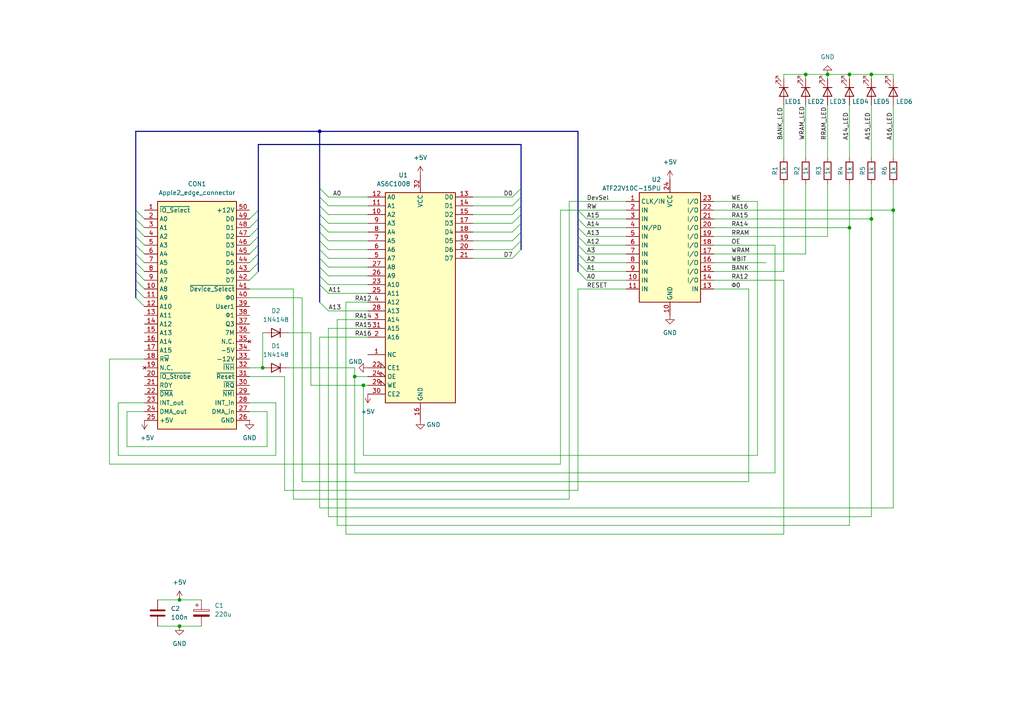
<source format=kicad_sch>
(kicad_sch
	(version 20231120)
	(generator "eeschema")
	(generator_version "8.0")
	(uuid "e63e39d7-6ac0-4ffd-8aa3-1841a4541b55")
	(paper "A4")
	(title_block
		(title "A2RAM128.v2.0")
		(rev "1.0")
	)
	(lib_symbols
		(symbol "Device:C"
			(pin_numbers hide)
			(pin_names
				(offset 0.254)
			)
			(exclude_from_sim no)
			(in_bom yes)
			(on_board yes)
			(property "Reference" "C"
				(at 0.635 2.54 0)
				(effects
					(font
						(size 1.27 1.27)
					)
					(justify left)
				)
			)
			(property "Value" "C"
				(at 0.635 -2.54 0)
				(effects
					(font
						(size 1.27 1.27)
					)
					(justify left)
				)
			)
			(property "Footprint" ""
				(at 0.9652 -3.81 0)
				(effects
					(font
						(size 1.27 1.27)
					)
					(hide yes)
				)
			)
			(property "Datasheet" "~"
				(at 0 0 0)
				(effects
					(font
						(size 1.27 1.27)
					)
					(hide yes)
				)
			)
			(property "Description" "Unpolarized capacitor"
				(at 0 0 0)
				(effects
					(font
						(size 1.27 1.27)
					)
					(hide yes)
				)
			)
			(property "ki_keywords" "cap capacitor"
				(at 0 0 0)
				(effects
					(font
						(size 1.27 1.27)
					)
					(hide yes)
				)
			)
			(property "ki_fp_filters" "C_*"
				(at 0 0 0)
				(effects
					(font
						(size 1.27 1.27)
					)
					(hide yes)
				)
			)
			(symbol "C_0_1"
				(polyline
					(pts
						(xy -2.032 -0.762) (xy 2.032 -0.762)
					)
					(stroke
						(width 0.508)
						(type default)
					)
					(fill
						(type none)
					)
				)
				(polyline
					(pts
						(xy -2.032 0.762) (xy 2.032 0.762)
					)
					(stroke
						(width 0.508)
						(type default)
					)
					(fill
						(type none)
					)
				)
			)
			(symbol "C_1_1"
				(pin passive line
					(at 0 3.81 270)
					(length 2.794)
					(name "~"
						(effects
							(font
								(size 1.27 1.27)
							)
						)
					)
					(number "1"
						(effects
							(font
								(size 1.27 1.27)
							)
						)
					)
				)
				(pin passive line
					(at 0 -3.81 90)
					(length 2.794)
					(name "~"
						(effects
							(font
								(size 1.27 1.27)
							)
						)
					)
					(number "2"
						(effects
							(font
								(size 1.27 1.27)
							)
						)
					)
				)
			)
		)
		(symbol "Device:C_Polarized"
			(pin_numbers hide)
			(pin_names
				(offset 0.254)
			)
			(exclude_from_sim no)
			(in_bom yes)
			(on_board yes)
			(property "Reference" "C"
				(at 0.635 2.54 0)
				(effects
					(font
						(size 1.27 1.27)
					)
					(justify left)
				)
			)
			(property "Value" "C_Polarized"
				(at 0.635 -2.54 0)
				(effects
					(font
						(size 1.27 1.27)
					)
					(justify left)
				)
			)
			(property "Footprint" ""
				(at 0.9652 -3.81 0)
				(effects
					(font
						(size 1.27 1.27)
					)
					(hide yes)
				)
			)
			(property "Datasheet" "~"
				(at 0 0 0)
				(effects
					(font
						(size 1.27 1.27)
					)
					(hide yes)
				)
			)
			(property "Description" "Polarized capacitor"
				(at 0 0 0)
				(effects
					(font
						(size 1.27 1.27)
					)
					(hide yes)
				)
			)
			(property "ki_keywords" "cap capacitor"
				(at 0 0 0)
				(effects
					(font
						(size 1.27 1.27)
					)
					(hide yes)
				)
			)
			(property "ki_fp_filters" "CP_*"
				(at 0 0 0)
				(effects
					(font
						(size 1.27 1.27)
					)
					(hide yes)
				)
			)
			(symbol "C_Polarized_0_1"
				(rectangle
					(start -2.286 0.508)
					(end 2.286 1.016)
					(stroke
						(width 0)
						(type default)
					)
					(fill
						(type none)
					)
				)
				(polyline
					(pts
						(xy -1.778 2.286) (xy -0.762 2.286)
					)
					(stroke
						(width 0)
						(type default)
					)
					(fill
						(type none)
					)
				)
				(polyline
					(pts
						(xy -1.27 2.794) (xy -1.27 1.778)
					)
					(stroke
						(width 0)
						(type default)
					)
					(fill
						(type none)
					)
				)
				(rectangle
					(start 2.286 -0.508)
					(end -2.286 -1.016)
					(stroke
						(width 0)
						(type default)
					)
					(fill
						(type outline)
					)
				)
			)
			(symbol "C_Polarized_1_1"
				(pin passive line
					(at 0 3.81 270)
					(length 2.794)
					(name "~"
						(effects
							(font
								(size 1.27 1.27)
							)
						)
					)
					(number "1"
						(effects
							(font
								(size 1.27 1.27)
							)
						)
					)
				)
				(pin passive line
					(at 0 -3.81 90)
					(length 2.794)
					(name "~"
						(effects
							(font
								(size 1.27 1.27)
							)
						)
					)
					(number "2"
						(effects
							(font
								(size 1.27 1.27)
							)
						)
					)
				)
			)
		)
		(symbol "Device:LED"
			(pin_numbers hide)
			(pin_names
				(offset 1.016) hide)
			(exclude_from_sim no)
			(in_bom yes)
			(on_board yes)
			(property "Reference" "D"
				(at 0 2.54 0)
				(effects
					(font
						(size 1.27 1.27)
					)
				)
			)
			(property "Value" "LED"
				(at 0 -2.54 0)
				(effects
					(font
						(size 1.27 1.27)
					)
				)
			)
			(property "Footprint" ""
				(at 0 0 0)
				(effects
					(font
						(size 1.27 1.27)
					)
					(hide yes)
				)
			)
			(property "Datasheet" "~"
				(at 0 0 0)
				(effects
					(font
						(size 1.27 1.27)
					)
					(hide yes)
				)
			)
			(property "Description" "Light emitting diode"
				(at 0 0 0)
				(effects
					(font
						(size 1.27 1.27)
					)
					(hide yes)
				)
			)
			(property "ki_keywords" "LED diode"
				(at 0 0 0)
				(effects
					(font
						(size 1.27 1.27)
					)
					(hide yes)
				)
			)
			(property "ki_fp_filters" "LED* LED_SMD:* LED_THT:*"
				(at 0 0 0)
				(effects
					(font
						(size 1.27 1.27)
					)
					(hide yes)
				)
			)
			(symbol "LED_0_1"
				(polyline
					(pts
						(xy -1.27 -1.27) (xy -1.27 1.27)
					)
					(stroke
						(width 0.254)
						(type default)
					)
					(fill
						(type none)
					)
				)
				(polyline
					(pts
						(xy -1.27 0) (xy 1.27 0)
					)
					(stroke
						(width 0)
						(type default)
					)
					(fill
						(type none)
					)
				)
				(polyline
					(pts
						(xy 1.27 -1.27) (xy 1.27 1.27) (xy -1.27 0) (xy 1.27 -1.27)
					)
					(stroke
						(width 0.254)
						(type default)
					)
					(fill
						(type none)
					)
				)
				(polyline
					(pts
						(xy -3.048 -0.762) (xy -4.572 -2.286) (xy -3.81 -2.286) (xy -4.572 -2.286) (xy -4.572 -1.524)
					)
					(stroke
						(width 0)
						(type default)
					)
					(fill
						(type none)
					)
				)
				(polyline
					(pts
						(xy -1.778 -0.762) (xy -3.302 -2.286) (xy -2.54 -2.286) (xy -3.302 -2.286) (xy -3.302 -1.524)
					)
					(stroke
						(width 0)
						(type default)
					)
					(fill
						(type none)
					)
				)
			)
			(symbol "LED_1_1"
				(pin passive line
					(at -3.81 0 0)
					(length 2.54)
					(name "K"
						(effects
							(font
								(size 1.27 1.27)
							)
						)
					)
					(number "1"
						(effects
							(font
								(size 1.27 1.27)
							)
						)
					)
				)
				(pin passive line
					(at 3.81 0 180)
					(length 2.54)
					(name "A"
						(effects
							(font
								(size 1.27 1.27)
							)
						)
					)
					(number "2"
						(effects
							(font
								(size 1.27 1.27)
							)
						)
					)
				)
			)
		)
		(symbol "Device:R"
			(pin_numbers hide)
			(pin_names
				(offset 0)
			)
			(exclude_from_sim no)
			(in_bom yes)
			(on_board yes)
			(property "Reference" "R"
				(at 2.032 0 90)
				(effects
					(font
						(size 1.27 1.27)
					)
				)
			)
			(property "Value" "R"
				(at 0 0 90)
				(effects
					(font
						(size 1.27 1.27)
					)
				)
			)
			(property "Footprint" ""
				(at -1.778 0 90)
				(effects
					(font
						(size 1.27 1.27)
					)
					(hide yes)
				)
			)
			(property "Datasheet" "~"
				(at 0 0 0)
				(effects
					(font
						(size 1.27 1.27)
					)
					(hide yes)
				)
			)
			(property "Description" "Resistor"
				(at 0 0 0)
				(effects
					(font
						(size 1.27 1.27)
					)
					(hide yes)
				)
			)
			(property "ki_keywords" "R res resistor"
				(at 0 0 0)
				(effects
					(font
						(size 1.27 1.27)
					)
					(hide yes)
				)
			)
			(property "ki_fp_filters" "R_*"
				(at 0 0 0)
				(effects
					(font
						(size 1.27 1.27)
					)
					(hide yes)
				)
			)
			(symbol "R_0_1"
				(rectangle
					(start -1.016 -2.54)
					(end 1.016 2.54)
					(stroke
						(width 0.254)
						(type default)
					)
					(fill
						(type none)
					)
				)
			)
			(symbol "R_1_1"
				(pin passive line
					(at 0 3.81 270)
					(length 1.27)
					(name "~"
						(effects
							(font
								(size 1.27 1.27)
							)
						)
					)
					(number "1"
						(effects
							(font
								(size 1.27 1.27)
							)
						)
					)
				)
				(pin passive line
					(at 0 -3.81 90)
					(length 1.27)
					(name "~"
						(effects
							(font
								(size 1.27 1.27)
							)
						)
					)
					(number "2"
						(effects
							(font
								(size 1.27 1.27)
							)
						)
					)
				)
			)
		)
		(symbol "Diode:1N4148"
			(pin_numbers hide)
			(pin_names hide)
			(exclude_from_sim no)
			(in_bom yes)
			(on_board yes)
			(property "Reference" "D"
				(at 0 2.54 0)
				(effects
					(font
						(size 1.27 1.27)
					)
				)
			)
			(property "Value" "1N4148"
				(at 0 -2.54 0)
				(effects
					(font
						(size 1.27 1.27)
					)
				)
			)
			(property "Footprint" "Diode_THT:D_DO-35_SOD27_P7.62mm_Horizontal"
				(at 0 0 0)
				(effects
					(font
						(size 1.27 1.27)
					)
					(hide yes)
				)
			)
			(property "Datasheet" "https://assets.nexperia.com/documents/data-sheet/1N4148_1N4448.pdf"
				(at 0 0 0)
				(effects
					(font
						(size 1.27 1.27)
					)
					(hide yes)
				)
			)
			(property "Description" "100V 0.15A standard switching diode, DO-35"
				(at 0 0 0)
				(effects
					(font
						(size 1.27 1.27)
					)
					(hide yes)
				)
			)
			(property "Sim.Device" "D"
				(at 0 0 0)
				(effects
					(font
						(size 1.27 1.27)
					)
					(hide yes)
				)
			)
			(property "Sim.Pins" "1=K 2=A"
				(at 0 0 0)
				(effects
					(font
						(size 1.27 1.27)
					)
					(hide yes)
				)
			)
			(property "ki_keywords" "diode"
				(at 0 0 0)
				(effects
					(font
						(size 1.27 1.27)
					)
					(hide yes)
				)
			)
			(property "ki_fp_filters" "D*DO?35*"
				(at 0 0 0)
				(effects
					(font
						(size 1.27 1.27)
					)
					(hide yes)
				)
			)
			(symbol "1N4148_0_1"
				(polyline
					(pts
						(xy -1.27 1.27) (xy -1.27 -1.27)
					)
					(stroke
						(width 0.254)
						(type default)
					)
					(fill
						(type none)
					)
				)
				(polyline
					(pts
						(xy 1.27 0) (xy -1.27 0)
					)
					(stroke
						(width 0)
						(type default)
					)
					(fill
						(type none)
					)
				)
				(polyline
					(pts
						(xy 1.27 1.27) (xy 1.27 -1.27) (xy -1.27 0) (xy 1.27 1.27)
					)
					(stroke
						(width 0.254)
						(type default)
					)
					(fill
						(type none)
					)
				)
			)
			(symbol "1N4148_1_1"
				(pin passive line
					(at -3.81 0 0)
					(length 2.54)
					(name "K"
						(effects
							(font
								(size 1.27 1.27)
							)
						)
					)
					(number "1"
						(effects
							(font
								(size 1.27 1.27)
							)
						)
					)
				)
				(pin passive line
					(at 3.81 0 180)
					(length 2.54)
					(name "A"
						(effects
							(font
								(size 1.27 1.27)
							)
						)
					)
					(number "2"
						(effects
							(font
								(size 1.27 1.27)
							)
						)
					)
				)
			)
		)
		(symbol "Memory_Flash:SST39SF010"
			(exclude_from_sim no)
			(in_bom yes)
			(on_board yes)
			(property "Reference" "U1"
				(at 2.1941 36.83 0)
				(effects
					(font
						(size 1.27 1.27)
					)
					(justify left)
				)
			)
			(property "Value" "AS6C1008"
				(at 2.1941 34.29 0)
				(effects
					(font
						(size 1.27 1.27)
					)
					(justify left)
				)
			)
			(property "Footprint" ""
				(at 0 7.62 0)
				(effects
					(font
						(size 1.27 1.27)
					)
					(hide yes)
				)
			)
			(property "Datasheet" ""
				(at 0 7.62 0)
				(effects
					(font
						(size 1.27 1.27)
					)
					(hide yes)
				)
			)
			(property "Description" "Silicon Storage Technology (SSF) 128k x 8 Flash ROM"
				(at 0 0 0)
				(effects
					(font
						(size 1.27 1.27)
					)
					(hide yes)
				)
			)
			(property "ki_keywords" "128k flash rom"
				(at 0 0 0)
				(effects
					(font
						(size 1.27 1.27)
					)
					(hide yes)
				)
			)
			(symbol "SST39SF010_0_0"
				(pin power_in line
					(at 0 -34.29 90)
					(length 5.08)
					(name "GND"
						(effects
							(font
								(size 1.27 1.27)
							)
						)
					)
					(number "16"
						(effects
							(font
								(size 1.27 1.27)
							)
						)
					)
				)
				(pin power_in line
					(at 0 36.83 270)
					(length 5.08)
					(name "VCC"
						(effects
							(font
								(size 1.27 1.27)
							)
						)
					)
					(number "32"
						(effects
							(font
								(size 1.27 1.27)
							)
						)
					)
				)
			)
			(symbol "SST39SF010_0_1"
				(rectangle
					(start -10.16 31.75)
					(end 10.16 -29.21)
					(stroke
						(width 0.254)
						(type default)
					)
					(fill
						(type background)
					)
				)
			)
			(symbol "SST39SF010_1_1"
				(pin input line
					(at -15.24 -15.24 0)
					(length 5.08)
					(name "NC"
						(effects
							(font
								(size 1.27 1.27)
							)
						)
					)
					(number "1"
						(effects
							(font
								(size 1.27 1.27)
							)
						)
					)
				)
				(pin input line
					(at -15.24 25.4 0)
					(length 5.08)
					(name "A2"
						(effects
							(font
								(size 1.27 1.27)
							)
						)
					)
					(number "10"
						(effects
							(font
								(size 1.27 1.27)
							)
						)
					)
				)
				(pin input line
					(at -15.24 27.94 0)
					(length 5.08)
					(name "A1"
						(effects
							(font
								(size 1.27 1.27)
							)
						)
					)
					(number "11"
						(effects
							(font
								(size 1.27 1.27)
							)
						)
					)
				)
				(pin input line
					(at -15.24 30.48 0)
					(length 5.08)
					(name "A0"
						(effects
							(font
								(size 1.27 1.27)
							)
						)
					)
					(number "12"
						(effects
							(font
								(size 1.27 1.27)
							)
						)
					)
				)
				(pin tri_state line
					(at 15.24 30.48 180)
					(length 5.08)
					(name "D0"
						(effects
							(font
								(size 1.27 1.27)
							)
						)
					)
					(number "13"
						(effects
							(font
								(size 1.27 1.27)
							)
						)
					)
				)
				(pin tri_state line
					(at 15.24 27.94 180)
					(length 5.08)
					(name "D1"
						(effects
							(font
								(size 1.27 1.27)
							)
						)
					)
					(number "14"
						(effects
							(font
								(size 1.27 1.27)
							)
						)
					)
				)
				(pin tri_state line
					(at 15.24 25.4 180)
					(length 5.08)
					(name "D2"
						(effects
							(font
								(size 1.27 1.27)
							)
						)
					)
					(number "15"
						(effects
							(font
								(size 1.27 1.27)
							)
						)
					)
				)
				(pin tri_state line
					(at 15.24 22.86 180)
					(length 5.08)
					(name "D3"
						(effects
							(font
								(size 1.27 1.27)
							)
						)
					)
					(number "17"
						(effects
							(font
								(size 1.27 1.27)
							)
						)
					)
				)
				(pin tri_state line
					(at 15.24 20.32 180)
					(length 5.08)
					(name "D4"
						(effects
							(font
								(size 1.27 1.27)
							)
						)
					)
					(number "18"
						(effects
							(font
								(size 1.27 1.27)
							)
						)
					)
				)
				(pin tri_state line
					(at 15.24 17.78 180)
					(length 5.08)
					(name "D5"
						(effects
							(font
								(size 1.27 1.27)
							)
						)
					)
					(number "19"
						(effects
							(font
								(size 1.27 1.27)
							)
						)
					)
				)
				(pin input line
					(at -15.24 -10.16 0)
					(length 5.08)
					(name "A16"
						(effects
							(font
								(size 1.27 1.27)
							)
						)
					)
					(number "2"
						(effects
							(font
								(size 1.27 1.27)
							)
						)
					)
				)
				(pin tri_state line
					(at 15.24 15.24 180)
					(length 5.08)
					(name "D6"
						(effects
							(font
								(size 1.27 1.27)
							)
						)
					)
					(number "20"
						(effects
							(font
								(size 1.27 1.27)
							)
						)
					)
				)
				(pin tri_state line
					(at 15.24 12.7 180)
					(length 5.08)
					(name "D7"
						(effects
							(font
								(size 1.27 1.27)
							)
						)
					)
					(number "21"
						(effects
							(font
								(size 1.27 1.27)
							)
						)
					)
				)
				(pin input input_low
					(at -15.24 -19.05 0)
					(length 5.08)
					(name "CE1"
						(effects
							(font
								(size 1.27 1.27)
							)
						)
					)
					(number "22"
						(effects
							(font
								(size 1.27 1.27)
							)
						)
					)
				)
				(pin input line
					(at -15.24 5.08 0)
					(length 5.08)
					(name "A10"
						(effects
							(font
								(size 1.27 1.27)
							)
						)
					)
					(number "23"
						(effects
							(font
								(size 1.27 1.27)
							)
						)
					)
				)
				(pin input input_low
					(at -15.24 -21.59 0)
					(length 5.08)
					(name "OE"
						(effects
							(font
								(size 1.27 1.27)
							)
						)
					)
					(number "24"
						(effects
							(font
								(size 1.27 1.27)
							)
						)
					)
				)
				(pin input line
					(at -15.24 2.54 0)
					(length 5.08)
					(name "A11"
						(effects
							(font
								(size 1.27 1.27)
							)
						)
					)
					(number "25"
						(effects
							(font
								(size 1.27 1.27)
							)
						)
					)
				)
				(pin input line
					(at -15.24 7.62 0)
					(length 5.08)
					(name "A9"
						(effects
							(font
								(size 1.27 1.27)
							)
						)
					)
					(number "26"
						(effects
							(font
								(size 1.27 1.27)
							)
						)
					)
				)
				(pin input line
					(at -15.24 10.16 0)
					(length 5.08)
					(name "A8"
						(effects
							(font
								(size 1.27 1.27)
							)
						)
					)
					(number "27"
						(effects
							(font
								(size 1.27 1.27)
							)
						)
					)
				)
				(pin input line
					(at -15.24 -2.54 0)
					(length 5.08)
					(name "A13"
						(effects
							(font
								(size 1.27 1.27)
							)
						)
					)
					(number "28"
						(effects
							(font
								(size 1.27 1.27)
							)
						)
					)
				)
				(pin input input_low
					(at -15.24 -24.13 0)
					(length 5.08)
					(name "WE"
						(effects
							(font
								(size 1.27 1.27)
							)
						)
					)
					(number "29"
						(effects
							(font
								(size 1.27 1.27)
							)
						)
					)
				)
				(pin input line
					(at -15.24 -5.08 0)
					(length 5.08)
					(name "A14"
						(effects
							(font
								(size 1.27 1.27)
							)
						)
					)
					(number "3"
						(effects
							(font
								(size 1.27 1.27)
							)
						)
					)
				)
				(pin input line
					(at -15.24 -26.67 0)
					(length 5.08)
					(name "CE2"
						(effects
							(font
								(size 1.27 1.27)
							)
						)
					)
					(number "30"
						(effects
							(font
								(size 1.27 1.27)
							)
						)
					)
				)
				(pin input line
					(at -15.24 -7.62 0)
					(length 5.08)
					(name "A15"
						(effects
							(font
								(size 1.27 1.27)
							)
						)
					)
					(number "31"
						(effects
							(font
								(size 1.27 1.27)
							)
						)
					)
				)
				(pin input line
					(at -15.24 0 0)
					(length 5.08)
					(name "A12"
						(effects
							(font
								(size 1.27 1.27)
							)
						)
					)
					(number "4"
						(effects
							(font
								(size 1.27 1.27)
							)
						)
					)
				)
				(pin input line
					(at -15.24 12.7 0)
					(length 5.08)
					(name "A7"
						(effects
							(font
								(size 1.27 1.27)
							)
						)
					)
					(number "5"
						(effects
							(font
								(size 1.27 1.27)
							)
						)
					)
				)
				(pin input line
					(at -15.24 15.24 0)
					(length 5.08)
					(name "A6"
						(effects
							(font
								(size 1.27 1.27)
							)
						)
					)
					(number "6"
						(effects
							(font
								(size 1.27 1.27)
							)
						)
					)
				)
				(pin input line
					(at -15.24 17.78 0)
					(length 5.08)
					(name "A5"
						(effects
							(font
								(size 1.27 1.27)
							)
						)
					)
					(number "7"
						(effects
							(font
								(size 1.27 1.27)
							)
						)
					)
				)
				(pin input line
					(at -15.24 20.32 0)
					(length 5.08)
					(name "A4"
						(effects
							(font
								(size 1.27 1.27)
							)
						)
					)
					(number "8"
						(effects
							(font
								(size 1.27 1.27)
							)
						)
					)
				)
				(pin input line
					(at -15.24 22.86 0)
					(length 5.08)
					(name "A3"
						(effects
							(font
								(size 1.27 1.27)
							)
						)
					)
					(number "9"
						(effects
							(font
								(size 1.27 1.27)
							)
						)
					)
				)
			)
		)
		(symbol "Ralle_Library:ATF22V10C"
			(exclude_from_sim no)
			(in_bom yes)
			(on_board yes)
			(property "Reference" "U"
				(at 0 0 0)
				(effects
					(font
						(size 1.27 1.27)
					)
				)
			)
			(property "Value" "ATF22V10C"
				(at 6.35 -17.78 0)
				(effects
					(font
						(size 1.27 1.27)
					)
				)
			)
			(property "Footprint" ""
				(at 0 0 0)
				(effects
					(font
						(size 1.27 1.27)
					)
					(hide yes)
				)
			)
			(property "Datasheet" ""
				(at 0 0 0)
				(effects
					(font
						(size 1.27 1.27)
					)
					(hide yes)
				)
			)
			(property "Description" ""
				(at 0 0 0)
				(effects
					(font
						(size 1.27 1.27)
					)
					(hide yes)
				)
			)
			(symbol "ATF22V10C_0_0"
				(pin power_in line
					(at 0 -20.32 90)
					(length 3.81)
					(name "GND"
						(effects
							(font
								(size 1.27 1.27)
							)
						)
					)
					(number "10"
						(effects
							(font
								(size 1.27 1.27)
							)
						)
					)
				)
				(pin power_in line
					(at 0 19.05 270)
					(length 3.81)
					(name "VCC"
						(effects
							(font
								(size 1.27 1.27)
							)
						)
					)
					(number "24"
						(effects
							(font
								(size 1.27 1.27)
							)
						)
					)
				)
			)
			(symbol "ATF22V10C_0_1"
				(rectangle
					(start -8.89 15.24)
					(end 8.89 -16.51)
					(stroke
						(width 0.254)
						(type default)
					)
					(fill
						(type background)
					)
				)
			)
			(symbol "ATF22V10C_1_1"
				(pin input line
					(at -12.7 12.7 0)
					(length 3.81)
					(name "CLK/IN"
						(effects
							(font
								(size 1.27 1.27)
							)
						)
					)
					(number "1"
						(effects
							(font
								(size 1.27 1.27)
							)
						)
					)
				)
				(pin input line
					(at -12.7 -10.16 0)
					(length 3.81)
					(name "IN"
						(effects
							(font
								(size 1.27 1.27)
							)
						)
					)
					(number "10"
						(effects
							(font
								(size 1.27 1.27)
							)
						)
					)
				)
				(pin input line
					(at -12.7 -12.7 0)
					(length 3.81)
					(name "IN"
						(effects
							(font
								(size 1.27 1.27)
							)
						)
					)
					(number "11"
						(effects
							(font
								(size 1.27 1.27)
							)
						)
					)
				)
				(pin input line
					(at 12.7 -12.7 180)
					(length 3.81)
					(name "IN"
						(effects
							(font
								(size 1.27 1.27)
							)
						)
					)
					(number "13"
						(effects
							(font
								(size 1.27 1.27)
							)
						)
					)
				)
				(pin output line
					(at 12.7 -10.16 180)
					(length 3.81)
					(name "I/O"
						(effects
							(font
								(size 1.27 1.27)
							)
						)
					)
					(number "14"
						(effects
							(font
								(size 1.27 1.27)
							)
						)
					)
				)
				(pin output line
					(at 12.7 -7.62 180)
					(length 3.81)
					(name "I/O"
						(effects
							(font
								(size 1.27 1.27)
							)
						)
					)
					(number "15"
						(effects
							(font
								(size 1.27 1.27)
							)
						)
					)
				)
				(pin output line
					(at 12.7 -5.08 180)
					(length 3.81)
					(name "I/O"
						(effects
							(font
								(size 1.27 1.27)
							)
						)
					)
					(number "16"
						(effects
							(font
								(size 1.27 1.27)
							)
						)
					)
				)
				(pin output line
					(at 12.7 -2.54 180)
					(length 3.81)
					(name "I/O"
						(effects
							(font
								(size 1.27 1.27)
							)
						)
					)
					(number "17"
						(effects
							(font
								(size 1.27 1.27)
							)
						)
					)
				)
				(pin output line
					(at 12.7 0 180)
					(length 3.81)
					(name "I/O"
						(effects
							(font
								(size 1.27 1.27)
							)
						)
					)
					(number "18"
						(effects
							(font
								(size 1.27 1.27)
							)
						)
					)
				)
				(pin output line
					(at 12.7 2.54 180)
					(length 3.81)
					(name "I/O"
						(effects
							(font
								(size 1.27 1.27)
							)
						)
					)
					(number "19"
						(effects
							(font
								(size 1.27 1.27)
							)
						)
					)
				)
				(pin input line
					(at -12.7 10.16 0)
					(length 3.81)
					(name "IN"
						(effects
							(font
								(size 1.27 1.27)
							)
						)
					)
					(number "2"
						(effects
							(font
								(size 1.27 1.27)
							)
						)
					)
				)
				(pin output line
					(at 12.7 5.08 180)
					(length 3.81)
					(name "I/O"
						(effects
							(font
								(size 1.27 1.27)
							)
						)
					)
					(number "20"
						(effects
							(font
								(size 1.27 1.27)
							)
						)
					)
				)
				(pin output line
					(at 12.7 7.62 180)
					(length 3.81)
					(name "I/O"
						(effects
							(font
								(size 1.27 1.27)
							)
						)
					)
					(number "21"
						(effects
							(font
								(size 1.27 1.27)
							)
						)
					)
				)
				(pin output line
					(at 12.7 10.16 180)
					(length 3.81)
					(name "I/O"
						(effects
							(font
								(size 1.27 1.27)
							)
						)
					)
					(number "22"
						(effects
							(font
								(size 1.27 1.27)
							)
						)
					)
				)
				(pin output line
					(at 12.7 12.7 180)
					(length 3.81)
					(name "I/O"
						(effects
							(font
								(size 1.27 1.27)
							)
						)
					)
					(number "23"
						(effects
							(font
								(size 1.27 1.27)
							)
						)
					)
				)
				(pin input line
					(at -12.7 7.62 0)
					(length 3.81)
					(name "IN"
						(effects
							(font
								(size 1.27 1.27)
							)
						)
					)
					(number "3"
						(effects
							(font
								(size 1.27 1.27)
							)
						)
					)
				)
				(pin input line
					(at -12.7 5.08 0)
					(length 3.81)
					(name "IN/PD"
						(effects
							(font
								(size 1.27 1.27)
							)
						)
					)
					(number "4"
						(effects
							(font
								(size 1.27 1.27)
							)
						)
					)
				)
				(pin input line
					(at -12.7 2.54 0)
					(length 3.81)
					(name "IN"
						(effects
							(font
								(size 1.27 1.27)
							)
						)
					)
					(number "5"
						(effects
							(font
								(size 1.27 1.27)
							)
						)
					)
				)
				(pin input line
					(at -12.7 0 0)
					(length 3.81)
					(name "IN"
						(effects
							(font
								(size 1.27 1.27)
							)
						)
					)
					(number "6"
						(effects
							(font
								(size 1.27 1.27)
							)
						)
					)
				)
				(pin input line
					(at -12.7 -2.54 0)
					(length 3.81)
					(name "IN"
						(effects
							(font
								(size 1.27 1.27)
							)
						)
					)
					(number "7"
						(effects
							(font
								(size 1.27 1.27)
							)
						)
					)
				)
				(pin input line
					(at -12.7 -5.08 0)
					(length 3.81)
					(name "IN"
						(effects
							(font
								(size 1.27 1.27)
							)
						)
					)
					(number "8"
						(effects
							(font
								(size 1.27 1.27)
							)
						)
					)
				)
				(pin input line
					(at -12.7 -7.62 0)
					(length 3.81)
					(name "IN"
						(effects
							(font
								(size 1.27 1.27)
							)
						)
					)
					(number "9"
						(effects
							(font
								(size 1.27 1.27)
							)
						)
					)
				)
			)
		)
		(symbol "Ralle_Library:Apple2_edge_connector"
			(exclude_from_sim no)
			(in_bom yes)
			(on_board yes)
			(property "Reference" "CON"
				(at 0 0 0)
				(effects
					(font
						(size 1.27 1.27)
					)
				)
			)
			(property "Value" "Apple2_edge_connector"
				(at 0 -34.29 0)
				(effects
					(font
						(size 1.27 1.27)
					)
				)
			)
			(property "Footprint" ""
				(at 0 0 0)
				(effects
					(font
						(size 1.27 1.27)
					)
					(hide yes)
				)
			)
			(property "Datasheet" ""
				(at 0 0 0)
				(effects
					(font
						(size 1.27 1.27)
					)
					(hide yes)
				)
			)
			(property "Description" ""
				(at 0 0 0)
				(effects
					(font
						(size 1.27 1.27)
					)
					(hide yes)
				)
			)
			(symbol "Apple2_edge_connector_0_1"
				(rectangle
					(start -11.43 33.02)
					(end 11.43 -33.02)
					(stroke
						(width 0.254)
						(type default)
					)
					(fill
						(type background)
					)
				)
			)
			(symbol "Apple2_edge_connector_1_1"
				(pin output line
					(at -15.24 30.48 0)
					(length 3.81)
					(name "~{IO_Select}"
						(effects
							(font
								(size 1.27 1.27)
							)
						)
					)
					(number "1"
						(effects
							(font
								(size 1.27 1.27)
							)
						)
					)
				)
				(pin input line
					(at -15.24 7.62 0)
					(length 3.81)
					(name "A8"
						(effects
							(font
								(size 1.27 1.27)
							)
						)
					)
					(number "10"
						(effects
							(font
								(size 1.27 1.27)
							)
						)
					)
				)
				(pin input line
					(at -15.24 5.08 0)
					(length 3.81)
					(name "A9"
						(effects
							(font
								(size 1.27 1.27)
							)
						)
					)
					(number "11"
						(effects
							(font
								(size 1.27 1.27)
							)
						)
					)
				)
				(pin input line
					(at -15.24 2.54 0)
					(length 3.81)
					(name "A10"
						(effects
							(font
								(size 1.27 1.27)
							)
						)
					)
					(number "12"
						(effects
							(font
								(size 1.27 1.27)
							)
						)
					)
				)
				(pin input line
					(at -15.24 0 0)
					(length 3.81)
					(name "A11"
						(effects
							(font
								(size 1.27 1.27)
							)
						)
					)
					(number "13"
						(effects
							(font
								(size 1.27 1.27)
							)
						)
					)
				)
				(pin input line
					(at -15.24 -2.54 0)
					(length 3.81)
					(name "A12"
						(effects
							(font
								(size 1.27 1.27)
							)
						)
					)
					(number "14"
						(effects
							(font
								(size 1.27 1.27)
							)
						)
					)
				)
				(pin input line
					(at -15.24 -5.08 0)
					(length 3.81)
					(name "A13"
						(effects
							(font
								(size 1.27 1.27)
							)
						)
					)
					(number "15"
						(effects
							(font
								(size 1.27 1.27)
							)
						)
					)
				)
				(pin input line
					(at -15.24 -7.62 0)
					(length 3.81)
					(name "A14"
						(effects
							(font
								(size 1.27 1.27)
							)
						)
					)
					(number "16"
						(effects
							(font
								(size 1.27 1.27)
							)
						)
					)
				)
				(pin input line
					(at -15.24 -10.16 0)
					(length 3.81)
					(name "A15"
						(effects
							(font
								(size 1.27 1.27)
							)
						)
					)
					(number "17"
						(effects
							(font
								(size 1.27 1.27)
							)
						)
					)
				)
				(pin input line
					(at -15.24 -12.7 0)
					(length 3.81)
					(name "R~{W}"
						(effects
							(font
								(size 1.27 1.27)
							)
						)
					)
					(number "18"
						(effects
							(font
								(size 1.27 1.27)
							)
						)
					)
				)
				(pin no_connect line
					(at -15.24 -15.24 0)
					(length 3.81)
					(name "N.C."
						(effects
							(font
								(size 1.27 1.27)
							)
						)
					)
					(number "19"
						(effects
							(font
								(size 1.27 1.27)
							)
						)
					)
				)
				(pin input line
					(at -15.24 27.94 0)
					(length 3.81)
					(name "A0"
						(effects
							(font
								(size 1.27 1.27)
							)
						)
					)
					(number "2"
						(effects
							(font
								(size 1.27 1.27)
							)
						)
					)
				)
				(pin input line
					(at -15.24 -17.78 0)
					(length 3.81)
					(name "~{IO_Strobe}"
						(effects
							(font
								(size 1.27 1.27)
							)
						)
					)
					(number "20"
						(effects
							(font
								(size 1.27 1.27)
							)
						)
					)
				)
				(pin input line
					(at -15.24 -20.32 0)
					(length 3.81)
					(name "RDY"
						(effects
							(font
								(size 1.27 1.27)
							)
						)
					)
					(number "21"
						(effects
							(font
								(size 1.27 1.27)
							)
						)
					)
				)
				(pin bidirectional line
					(at -15.24 -22.86 0)
					(length 3.81)
					(name "~{DMA}"
						(effects
							(font
								(size 1.27 1.27)
							)
						)
					)
					(number "22"
						(effects
							(font
								(size 1.27 1.27)
							)
						)
					)
				)
				(pin input line
					(at -15.24 -25.4 0)
					(length 3.81)
					(name "INT_out"
						(effects
							(font
								(size 1.27 1.27)
							)
						)
					)
					(number "23"
						(effects
							(font
								(size 1.27 1.27)
							)
						)
					)
				)
				(pin input line
					(at -15.24 -27.94 0)
					(length 3.81)
					(name "DMA_out"
						(effects
							(font
								(size 1.27 1.27)
							)
						)
					)
					(number "24"
						(effects
							(font
								(size 1.27 1.27)
							)
						)
					)
				)
				(pin power_in line
					(at -15.24 -30.48 0)
					(length 3.81)
					(name "+5V"
						(effects
							(font
								(size 1.27 1.27)
							)
						)
					)
					(number "25"
						(effects
							(font
								(size 1.27 1.27)
							)
						)
					)
				)
				(pin passive line
					(at 15.24 -30.48 180)
					(length 3.81)
					(name "GND"
						(effects
							(font
								(size 1.27 1.27)
							)
						)
					)
					(number "26"
						(effects
							(font
								(size 1.27 1.27)
							)
						)
					)
				)
				(pin output line
					(at 15.24 -27.94 180)
					(length 3.81)
					(name "DMA_in"
						(effects
							(font
								(size 1.27 1.27)
							)
						)
					)
					(number "27"
						(effects
							(font
								(size 1.27 1.27)
							)
						)
					)
				)
				(pin output line
					(at 15.24 -25.4 180)
					(length 3.81)
					(name "INT_in"
						(effects
							(font
								(size 1.27 1.27)
							)
						)
					)
					(number "28"
						(effects
							(font
								(size 1.27 1.27)
							)
						)
					)
				)
				(pin output line
					(at 15.24 -22.86 180)
					(length 3.81)
					(name "~{NMI}"
						(effects
							(font
								(size 1.27 1.27)
							)
						)
					)
					(number "29"
						(effects
							(font
								(size 1.27 1.27)
							)
						)
					)
				)
				(pin input line
					(at -15.24 25.4 0)
					(length 3.81)
					(name "A1"
						(effects
							(font
								(size 1.27 1.27)
							)
						)
					)
					(number "3"
						(effects
							(font
								(size 1.27 1.27)
							)
						)
					)
				)
				(pin output line
					(at 15.24 -20.32 180)
					(length 3.81)
					(name "~{IRQ}"
						(effects
							(font
								(size 1.27 1.27)
							)
						)
					)
					(number "30"
						(effects
							(font
								(size 1.27 1.27)
							)
						)
					)
				)
				(pin bidirectional line
					(at 15.24 -17.78 180)
					(length 3.81)
					(name "~{Reset}"
						(effects
							(font
								(size 1.27 1.27)
							)
						)
					)
					(number "31"
						(effects
							(font
								(size 1.27 1.27)
							)
						)
					)
				)
				(pin input line
					(at 15.24 -15.24 180)
					(length 3.81)
					(name "~{INH}"
						(effects
							(font
								(size 1.27 1.27)
							)
						)
					)
					(number "32"
						(effects
							(font
								(size 1.27 1.27)
							)
						)
					)
				)
				(pin power_in line
					(at 15.24 -12.7 180)
					(length 3.81)
					(name "-12V"
						(effects
							(font
								(size 1.27 1.27)
							)
						)
					)
					(number "33"
						(effects
							(font
								(size 1.27 1.27)
							)
						)
					)
				)
				(pin power_in line
					(at 15.24 -10.16 180)
					(length 3.81)
					(name "-5V"
						(effects
							(font
								(size 1.27 1.27)
							)
						)
					)
					(number "34"
						(effects
							(font
								(size 1.27 1.27)
							)
						)
					)
				)
				(pin no_connect line
					(at 15.24 -7.62 180)
					(length 3.81)
					(name "N.C."
						(effects
							(font
								(size 1.27 1.27)
							)
						)
					)
					(number "35"
						(effects
							(font
								(size 1.27 1.27)
							)
						)
					)
				)
				(pin input line
					(at 15.24 -5.08 180)
					(length 3.81)
					(name "7M"
						(effects
							(font
								(size 1.27 1.27)
							)
						)
					)
					(number "36"
						(effects
							(font
								(size 1.27 1.27)
							)
						)
					)
				)
				(pin input line
					(at 15.24 -2.54 180)
					(length 3.81)
					(name "Q3"
						(effects
							(font
								(size 1.27 1.27)
							)
						)
					)
					(number "37"
						(effects
							(font
								(size 1.27 1.27)
							)
						)
					)
				)
				(pin input line
					(at 15.24 0 180)
					(length 3.81)
					(name "Ф1"
						(effects
							(font
								(size 1.27 1.27)
							)
						)
					)
					(number "38"
						(effects
							(font
								(size 1.27 1.27)
							)
						)
					)
				)
				(pin bidirectional line
					(at 15.24 2.54 180)
					(length 3.81)
					(name "User1"
						(effects
							(font
								(size 1.27 1.27)
							)
						)
					)
					(number "39"
						(effects
							(font
								(size 1.27 1.27)
							)
						)
					)
				)
				(pin input line
					(at -15.24 22.86 0)
					(length 3.81)
					(name "A2"
						(effects
							(font
								(size 1.27 1.27)
							)
						)
					)
					(number "4"
						(effects
							(font
								(size 1.27 1.27)
							)
						)
					)
				)
				(pin input line
					(at 15.24 5.08 180)
					(length 3.81)
					(name "Ф0"
						(effects
							(font
								(size 1.27 1.27)
							)
						)
					)
					(number "40"
						(effects
							(font
								(size 1.27 1.27)
							)
						)
					)
				)
				(pin input line
					(at 15.24 7.62 180)
					(length 3.81)
					(name "~{Device_Select}"
						(effects
							(font
								(size 1.27 1.27)
							)
						)
					)
					(number "41"
						(effects
							(font
								(size 1.27 1.27)
							)
						)
					)
				)
				(pin bidirectional line
					(at 15.24 10.16 180)
					(length 3.81)
					(name "D7"
						(effects
							(font
								(size 1.27 1.27)
							)
						)
					)
					(number "42"
						(effects
							(font
								(size 1.27 1.27)
							)
						)
					)
				)
				(pin bidirectional line
					(at 15.24 12.7 180)
					(length 3.81)
					(name "D6"
						(effects
							(font
								(size 1.27 1.27)
							)
						)
					)
					(number "43"
						(effects
							(font
								(size 1.27 1.27)
							)
						)
					)
				)
				(pin bidirectional line
					(at 15.24 15.24 180)
					(length 3.81)
					(name "D5"
						(effects
							(font
								(size 1.27 1.27)
							)
						)
					)
					(number "44"
						(effects
							(font
								(size 1.27 1.27)
							)
						)
					)
				)
				(pin bidirectional line
					(at 15.24 17.78 180)
					(length 3.81)
					(name "D4"
						(effects
							(font
								(size 1.27 1.27)
							)
						)
					)
					(number "45"
						(effects
							(font
								(size 1.27 1.27)
							)
						)
					)
				)
				(pin bidirectional line
					(at 15.24 20.32 180)
					(length 3.81)
					(name "D3"
						(effects
							(font
								(size 1.27 1.27)
							)
						)
					)
					(number "46"
						(effects
							(font
								(size 1.27 1.27)
							)
						)
					)
				)
				(pin bidirectional line
					(at 15.24 22.86 180)
					(length 3.81)
					(name "D2"
						(effects
							(font
								(size 1.27 1.27)
							)
						)
					)
					(number "47"
						(effects
							(font
								(size 1.27 1.27)
							)
						)
					)
				)
				(pin bidirectional line
					(at 15.24 25.4 180)
					(length 3.81)
					(name "D1"
						(effects
							(font
								(size 1.27 1.27)
							)
						)
					)
					(number "48"
						(effects
							(font
								(size 1.27 1.27)
							)
						)
					)
				)
				(pin bidirectional line
					(at 15.24 27.94 180)
					(length 3.81)
					(name "D0"
						(effects
							(font
								(size 1.27 1.27)
							)
						)
					)
					(number "49"
						(effects
							(font
								(size 1.27 1.27)
							)
						)
					)
				)
				(pin input line
					(at -15.24 20.32 0)
					(length 3.81)
					(name "A3"
						(effects
							(font
								(size 1.27 1.27)
							)
						)
					)
					(number "5"
						(effects
							(font
								(size 1.27 1.27)
							)
						)
					)
				)
				(pin power_in line
					(at 15.24 30.48 180)
					(length 3.81)
					(name "+12V"
						(effects
							(font
								(size 1.27 1.27)
							)
						)
					)
					(number "50"
						(effects
							(font
								(size 1.27 1.27)
							)
						)
					)
				)
				(pin input line
					(at -15.24 17.78 0)
					(length 3.81)
					(name "A4"
						(effects
							(font
								(size 1.27 1.27)
							)
						)
					)
					(number "6"
						(effects
							(font
								(size 1.27 1.27)
							)
						)
					)
				)
				(pin input line
					(at -15.24 15.24 0)
					(length 3.81)
					(name "A5"
						(effects
							(font
								(size 1.27 1.27)
							)
						)
					)
					(number "7"
						(effects
							(font
								(size 1.27 1.27)
							)
						)
					)
				)
				(pin input line
					(at -15.24 12.7 0)
					(length 3.81)
					(name "A6"
						(effects
							(font
								(size 1.27 1.27)
							)
						)
					)
					(number "8"
						(effects
							(font
								(size 1.27 1.27)
							)
						)
					)
				)
				(pin input line
					(at -15.24 10.16 0)
					(length 3.81)
					(name "A7"
						(effects
							(font
								(size 1.27 1.27)
							)
						)
					)
					(number "9"
						(effects
							(font
								(size 1.27 1.27)
							)
						)
					)
				)
			)
		)
		(symbol "power:+5V"
			(power)
			(pin_names
				(offset 0)
			)
			(exclude_from_sim no)
			(in_bom yes)
			(on_board yes)
			(property "Reference" "#PWR"
				(at 0 -3.81 0)
				(effects
					(font
						(size 1.27 1.27)
					)
					(hide yes)
				)
			)
			(property "Value" "+5V"
				(at 0 3.556 0)
				(effects
					(font
						(size 1.27 1.27)
					)
				)
			)
			(property "Footprint" ""
				(at 0 0 0)
				(effects
					(font
						(size 1.27 1.27)
					)
					(hide yes)
				)
			)
			(property "Datasheet" ""
				(at 0 0 0)
				(effects
					(font
						(size 1.27 1.27)
					)
					(hide yes)
				)
			)
			(property "Description" "Power symbol creates a global label with name \"+5V\""
				(at 0 0 0)
				(effects
					(font
						(size 1.27 1.27)
					)
					(hide yes)
				)
			)
			(property "ki_keywords" "power-flag"
				(at 0 0 0)
				(effects
					(font
						(size 1.27 1.27)
					)
					(hide yes)
				)
			)
			(symbol "+5V_0_1"
				(polyline
					(pts
						(xy -0.762 1.27) (xy 0 2.54)
					)
					(stroke
						(width 0)
						(type default)
					)
					(fill
						(type none)
					)
				)
				(polyline
					(pts
						(xy 0 0) (xy 0 2.54)
					)
					(stroke
						(width 0)
						(type default)
					)
					(fill
						(type none)
					)
				)
				(polyline
					(pts
						(xy 0 2.54) (xy 0.762 1.27)
					)
					(stroke
						(width 0)
						(type default)
					)
					(fill
						(type none)
					)
				)
			)
			(symbol "+5V_1_1"
				(pin power_in line
					(at 0 0 90)
					(length 0) hide
					(name "+5V"
						(effects
							(font
								(size 1.27 1.27)
							)
						)
					)
					(number "1"
						(effects
							(font
								(size 1.27 1.27)
							)
						)
					)
				)
			)
		)
		(symbol "power:GND"
			(power)
			(pin_names
				(offset 0)
			)
			(exclude_from_sim no)
			(in_bom yes)
			(on_board yes)
			(property "Reference" "#PWR"
				(at 0 -6.35 0)
				(effects
					(font
						(size 1.27 1.27)
					)
					(hide yes)
				)
			)
			(property "Value" "GND"
				(at 0 -3.81 0)
				(effects
					(font
						(size 1.27 1.27)
					)
				)
			)
			(property "Footprint" ""
				(at 0 0 0)
				(effects
					(font
						(size 1.27 1.27)
					)
					(hide yes)
				)
			)
			(property "Datasheet" ""
				(at 0 0 0)
				(effects
					(font
						(size 1.27 1.27)
					)
					(hide yes)
				)
			)
			(property "Description" "Power symbol creates a global label with name \"GND\" , ground"
				(at 0 0 0)
				(effects
					(font
						(size 1.27 1.27)
					)
					(hide yes)
				)
			)
			(property "ki_keywords" "power-flag"
				(at 0 0 0)
				(effects
					(font
						(size 1.27 1.27)
					)
					(hide yes)
				)
			)
			(symbol "GND_0_1"
				(polyline
					(pts
						(xy 0 0) (xy 0 -1.27) (xy 1.27 -1.27) (xy 0 -2.54) (xy -1.27 -1.27) (xy 0 -1.27)
					)
					(stroke
						(width 0)
						(type default)
					)
					(fill
						(type none)
					)
				)
			)
			(symbol "GND_1_1"
				(pin power_in line
					(at 0 0 270)
					(length 0) hide
					(name "GND"
						(effects
							(font
								(size 1.27 1.27)
							)
						)
					)
					(number "1"
						(effects
							(font
								(size 1.27 1.27)
							)
						)
					)
				)
			)
		)
	)
	(junction
		(at 246.38 66.04)
		(diameter 0)
		(color 0 0 0 0)
		(uuid "2ccb6f68-fbfc-4f2d-a8b0-bf04a0afde28")
	)
	(junction
		(at 76.2 106.68)
		(diameter 0)
		(color 0 0 0 0)
		(uuid "2d01af53-3b05-4705-9bdc-a92acea7ac86")
	)
	(junction
		(at 105.41 111.76)
		(diameter 0)
		(color 0 0 0 0)
		(uuid "3b0eeee9-7a73-40d8-84f6-b8dfdeb53278")
	)
	(junction
		(at 240.03 21.59)
		(diameter 0)
		(color 0 0 0 0)
		(uuid "48d4eff9-b5bd-4321-9c0c-cfe9ba68d4fd")
	)
	(junction
		(at 233.68 21.59)
		(diameter 0)
		(color 0 0 0 0)
		(uuid "7b420a9f-9df9-4961-80bd-0bff2c523d8a")
	)
	(junction
		(at 92.71 38.1)
		(diameter 0)
		(color 0 0 0 0)
		(uuid "8928366f-c0bc-439c-a0ec-99af14b90f08")
	)
	(junction
		(at 252.73 63.5)
		(diameter 0)
		(color 0 0 0 0)
		(uuid "a5e99c86-75d7-4c11-81c2-e937fe82b626")
	)
	(junction
		(at 102.87 109.22)
		(diameter 0)
		(color 0 0 0 0)
		(uuid "a9498208-e623-4222-8d03-c76f17e424d4")
	)
	(junction
		(at 252.73 21.59)
		(diameter 0)
		(color 0 0 0 0)
		(uuid "b4d49651-f857-4560-bf96-8db6ca01e8a5")
	)
	(junction
		(at 52.07 173.99)
		(diameter 0)
		(color 0 0 0 0)
		(uuid "ba8e3ebd-c34c-468c-9cbf-8aeb3cb10cc6")
	)
	(junction
		(at 246.38 21.59)
		(diameter 0)
		(color 0 0 0 0)
		(uuid "becdd343-1d49-4ca9-b73e-843f61f3ddda")
	)
	(junction
		(at 52.07 181.61)
		(diameter 0)
		(color 0 0 0 0)
		(uuid "ddef9ce6-b4e6-4cbe-bfd1-9d3556596d3f")
	)
	(junction
		(at 259.08 60.96)
		(diameter 0)
		(color 0 0 0 0)
		(uuid "f9bd4f0f-3a3e-48a7-9254-bcb70cbdfd86")
	)
	(bus_entry
		(at 39.37 86.36)
		(size 2.54 2.54)
		(stroke
			(width 0)
			(type default)
		)
		(uuid "048e2a93-b0c4-4481-b813-aed7c0faa7ea")
	)
	(bus_entry
		(at 92.71 80.01)
		(size 2.54 2.54)
		(stroke
			(width 0)
			(type default)
		)
		(uuid "0c386049-6e16-4c24-9987-f7be106569a0")
	)
	(bus_entry
		(at 92.71 77.47)
		(size 2.54 2.54)
		(stroke
			(width 0)
			(type default)
		)
		(uuid "0c6dc3f1-5926-4d05-b3f7-7d7f642e0abe")
	)
	(bus_entry
		(at 92.71 64.77)
		(size 2.54 2.54)
		(stroke
			(width 0)
			(type default)
		)
		(uuid "1559ba28-497b-403c-8e93-6c17f2aa2217")
	)
	(bus_entry
		(at 92.71 69.85)
		(size 2.54 2.54)
		(stroke
			(width 0)
			(type default)
		)
		(uuid "2e2fccf8-0ed3-4742-a47b-3293403c0553")
	)
	(bus_entry
		(at 148.59 64.77)
		(size 2.54 -2.54)
		(stroke
			(width 0)
			(type default)
		)
		(uuid "312b523c-4824-4a55-845e-edeb3c9eaaef")
	)
	(bus_entry
		(at 148.59 67.31)
		(size 2.54 -2.54)
		(stroke
			(width 0)
			(type default)
		)
		(uuid "312b523c-4824-4a55-845e-edeb3c9eaaf0")
	)
	(bus_entry
		(at 148.59 69.85)
		(size 2.54 -2.54)
		(stroke
			(width 0)
			(type default)
		)
		(uuid "312b523c-4824-4a55-845e-edeb3c9eaaf1")
	)
	(bus_entry
		(at 148.59 72.39)
		(size 2.54 -2.54)
		(stroke
			(width 0)
			(type default)
		)
		(uuid "312b523c-4824-4a55-845e-edeb3c9eaaf2")
	)
	(bus_entry
		(at 148.59 74.93)
		(size 2.54 -2.54)
		(stroke
			(width 0)
			(type default)
		)
		(uuid "312b523c-4824-4a55-845e-edeb3c9eaaf3")
	)
	(bus_entry
		(at 72.39 68.58)
		(size 2.54 -2.54)
		(stroke
			(width 0)
			(type default)
		)
		(uuid "312b523c-4824-4a55-845e-edeb3c9eaafa")
	)
	(bus_entry
		(at 72.39 63.5)
		(size 2.54 -2.54)
		(stroke
			(width 0)
			(type default)
		)
		(uuid "312b523c-4824-4a55-845e-edeb3c9eaafb")
	)
	(bus_entry
		(at 72.39 66.04)
		(size 2.54 -2.54)
		(stroke
			(width 0)
			(type default)
		)
		(uuid "312b523c-4824-4a55-845e-edeb3c9eaafc")
	)
	(bus_entry
		(at 72.39 71.12)
		(size 2.54 -2.54)
		(stroke
			(width 0)
			(type default)
		)
		(uuid "312b523c-4824-4a55-845e-edeb3c9eaafd")
	)
	(bus_entry
		(at 72.39 73.66)
		(size 2.54 -2.54)
		(stroke
			(width 0)
			(type default)
		)
		(uuid "312b523c-4824-4a55-845e-edeb3c9eaafe")
	)
	(bus_entry
		(at 72.39 76.2)
		(size 2.54 -2.54)
		(stroke
			(width 0)
			(type default)
		)
		(uuid "312b523c-4824-4a55-845e-edeb3c9eaaff")
	)
	(bus_entry
		(at 72.39 78.74)
		(size 2.54 -2.54)
		(stroke
			(width 0)
			(type default)
		)
		(uuid "312b523c-4824-4a55-845e-edeb3c9eab00")
	)
	(bus_entry
		(at 148.59 57.15)
		(size 2.54 -2.54)
		(stroke
			(width 0)
			(type default)
		)
		(uuid "312b523c-4824-4a55-845e-edeb3c9eab01")
	)
	(bus_entry
		(at 148.59 59.69)
		(size 2.54 -2.54)
		(stroke
			(width 0)
			(type default)
		)
		(uuid "312b523c-4824-4a55-845e-edeb3c9eab02")
	)
	(bus_entry
		(at 148.59 62.23)
		(size 2.54 -2.54)
		(stroke
			(width 0)
			(type default)
		)
		(uuid "312b523c-4824-4a55-845e-edeb3c9eab03")
	)
	(bus_entry
		(at 39.37 60.96)
		(size 2.54 2.54)
		(stroke
			(width 0)
			(type default)
		)
		(uuid "364c8c17-8ece-41db-9b32-5e21867b22f9")
	)
	(bus_entry
		(at 39.37 63.5)
		(size 2.54 2.54)
		(stroke
			(width 0)
			(type default)
		)
		(uuid "364c8c17-8ece-41db-9b32-5e21867b22fa")
	)
	(bus_entry
		(at 39.37 66.04)
		(size 2.54 2.54)
		(stroke
			(width 0)
			(type default)
		)
		(uuid "364c8c17-8ece-41db-9b32-5e21867b22fb")
	)
	(bus_entry
		(at 39.37 73.66)
		(size 2.54 2.54)
		(stroke
			(width 0)
			(type default)
		)
		(uuid "364c8c17-8ece-41db-9b32-5e21867b22fd")
	)
	(bus_entry
		(at 39.37 76.2)
		(size 2.54 2.54)
		(stroke
			(width 0)
			(type default)
		)
		(uuid "364c8c17-8ece-41db-9b32-5e21867b22fe")
	)
	(bus_entry
		(at 39.37 78.74)
		(size 2.54 2.54)
		(stroke
			(width 0)
			(type default)
		)
		(uuid "364c8c17-8ece-41db-9b32-5e21867b22ff")
	)
	(bus_entry
		(at 39.37 71.12)
		(size 2.54 2.54)
		(stroke
			(width 0)
			(type default)
		)
		(uuid "364c8c17-8ece-41db-9b32-5e21867b2300")
	)
	(bus_entry
		(at 39.37 83.82)
		(size 2.54 2.54)
		(stroke
			(width 0)
			(type default)
		)
		(uuid "364c8c17-8ece-41db-9b32-5e21867b2301")
	)
	(bus_entry
		(at 39.37 68.58)
		(size 2.54 2.54)
		(stroke
			(width 0)
			(type default)
		)
		(uuid "364c8c17-8ece-41db-9b32-5e21867b2308")
	)
	(bus_entry
		(at 39.37 81.28)
		(size 2.54 2.54)
		(stroke
			(width 0)
			(type default)
		)
		(uuid "364c8c17-8ece-41db-9b32-5e21867b2309")
	)
	(bus_entry
		(at 167.64 66.04)
		(size 2.54 2.54)
		(stroke
			(width 0)
			(type default)
		)
		(uuid "38224f28-73c9-4247-a323-c2b5b88495c8")
	)
	(bus_entry
		(at 92.71 57.15)
		(size 2.54 2.54)
		(stroke
			(width 0)
			(type default)
		)
		(uuid "3b2b8fc5-0932-47af-bc25-1edbfd8004cc")
	)
	(bus_entry
		(at 92.71 62.23)
		(size 2.54 2.54)
		(stroke
			(width 0)
			(type default)
		)
		(uuid "4c333f8f-5965-45b7-885b-41c66ae8d9a2")
	)
	(bus_entry
		(at 92.71 67.31)
		(size 2.54 2.54)
		(stroke
			(width 0)
			(type default)
		)
		(uuid "55b24f1e-9135-4017-9a53-6c31bf225af9")
	)
	(bus_entry
		(at 92.71 82.55)
		(size 2.54 2.54)
		(stroke
			(width 0)
			(type default)
		)
		(uuid "574e854e-5be6-448c-affc-7afa8c7ba47c")
	)
	(bus_entry
		(at 167.64 63.5)
		(size 2.54 2.54)
		(stroke
			(width 0)
			(type default)
		)
		(uuid "596d4fd4-a77a-4ccb-8e97-a3cf7e29a639")
	)
	(bus_entry
		(at 167.64 78.74)
		(size 2.54 2.54)
		(stroke
			(width 0)
			(type default)
		)
		(uuid "60eeee09-c5ab-4611-89c7-5a7adb6fa5d8")
	)
	(bus_entry
		(at 92.71 54.61)
		(size 2.54 2.54)
		(stroke
			(width 0)
			(type default)
		)
		(uuid "78876534-2cc5-4988-99c7-62c3ac7aa938")
	)
	(bus_entry
		(at 92.71 87.63)
		(size 2.54 2.54)
		(stroke
			(width 0)
			(type default)
		)
		(uuid "9df4089c-c2e6-48cb-9695-3d79bf7818e5")
	)
	(bus_entry
		(at 167.64 60.96)
		(size 2.54 2.54)
		(stroke
			(width 0)
			(type default)
		)
		(uuid "9e56a177-6f9b-4997-9911-3d6fe98effd3")
	)
	(bus_entry
		(at 167.64 73.66)
		(size 2.54 2.54)
		(stroke
			(width 0)
			(type default)
		)
		(uuid "a8794624-c154-4bbe-9716-8002b59723f9")
	)
	(bus_entry
		(at 92.71 59.69)
		(size 2.54 2.54)
		(stroke
			(width 0)
			(type default)
		)
		(uuid "ac94e10f-d326-439b-ac20-d9b160341fad")
	)
	(bus_entry
		(at 72.39 81.28)
		(size 2.54 -2.54)
		(stroke
			(width 0)
			(type default)
		)
		(uuid "ada06e2a-c18e-4984-88c8-7c71e7a95707")
	)
	(bus_entry
		(at 167.64 76.2)
		(size 2.54 2.54)
		(stroke
			(width 0)
			(type default)
		)
		(uuid "ca1ad513-c8f3-43b8-9ea2-abd2105b09a5")
	)
	(bus_entry
		(at 92.71 72.39)
		(size 2.54 2.54)
		(stroke
			(width 0)
			(type default)
		)
		(uuid "ccd42686-b4bf-474b-aefa-55c8a1b6ff02")
	)
	(bus_entry
		(at 92.71 74.93)
		(size 2.54 2.54)
		(stroke
			(width 0)
			(type default)
		)
		(uuid "db3fbbd2-f0b3-43c0-b7d3-a2e202e71160")
	)
	(bus_entry
		(at 167.64 68.58)
		(size 2.54 2.54)
		(stroke
			(width 0)
			(type default)
		)
		(uuid "e2e349ab-3ffa-4a9d-b7b7-bcbee15b92ea")
	)
	(bus_entry
		(at 167.64 71.12)
		(size 2.54 2.54)
		(stroke
			(width 0)
			(type default)
		)
		(uuid "ef367d7e-f25b-47a5-a997-7cd9542e65cf")
	)
	(wire
		(pts
			(xy 227.33 21.59) (xy 233.68 21.59)
		)
		(stroke
			(width 0)
			(type default)
		)
		(uuid "0019c033-1ab4-40e5-aa6d-0d505a8792b8")
	)
	(wire
		(pts
			(xy 97.79 152.4) (xy 246.38 152.4)
		)
		(stroke
			(width 0)
			(type default)
		)
		(uuid "0028b30d-122b-410e-a301-aeb3c6786b17")
	)
	(wire
		(pts
			(xy 105.41 111.76) (xy 105.41 132.08)
		)
		(stroke
			(width 0)
			(type default)
		)
		(uuid "00edcd8f-7b8a-41ed-bb3b-3563b8f69af7")
	)
	(wire
		(pts
			(xy 106.68 97.79) (xy 92.71 97.79)
		)
		(stroke
			(width 0)
			(type default)
		)
		(uuid "03b3ca3c-6bf5-49f6-90d0-2d00dd905e0b")
	)
	(bus
		(pts
			(xy 92.71 72.39) (xy 92.71 69.85)
		)
		(stroke
			(width 0)
			(type default)
		)
		(uuid "04e82bb0-2a7a-4a01-a57f-c3117ab8f6d2")
	)
	(wire
		(pts
			(xy 41.91 116.84) (xy 34.29 116.84)
		)
		(stroke
			(width 0)
			(type default)
		)
		(uuid "0542f7b1-c462-4f75-b4f2-4729982d3066")
	)
	(wire
		(pts
			(xy 207.01 66.04) (xy 246.38 66.04)
		)
		(stroke
			(width 0)
			(type default)
		)
		(uuid "05b8f900-ad9a-4a68-8d20-5c5ea0f52ddc")
	)
	(wire
		(pts
			(xy 106.68 92.71) (xy 97.79 92.71)
		)
		(stroke
			(width 0)
			(type default)
		)
		(uuid "0607fec1-1c6c-4d05-9e0f-dcf54805cfef")
	)
	(bus
		(pts
			(xy 92.71 38.1) (xy 92.71 54.61)
		)
		(stroke
			(width 0)
			(type default)
		)
		(uuid "0641982a-675a-4246-a072-5005b90940b1")
	)
	(wire
		(pts
			(xy 77.47 119.38) (xy 72.39 119.38)
		)
		(stroke
			(width 0)
			(type default)
		)
		(uuid "06f0d3bb-2363-4eae-9395-565c6d2706e9")
	)
	(wire
		(pts
			(xy 207.01 73.66) (xy 233.68 73.66)
		)
		(stroke
			(width 0)
			(type default)
		)
		(uuid "07e4e202-4870-4999-abf9-edf42072b1eb")
	)
	(wire
		(pts
			(xy 95.25 74.93) (xy 106.68 74.93)
		)
		(stroke
			(width 0)
			(type default)
		)
		(uuid "0929a1fa-f0d2-40ec-875e-10bdea01be36")
	)
	(wire
		(pts
			(xy 252.73 21.59) (xy 259.08 21.59)
		)
		(stroke
			(width 0)
			(type default)
		)
		(uuid "0b667512-17d6-4e97-9685-6aa71db5be15")
	)
	(wire
		(pts
			(xy 85.09 83.82) (xy 85.09 144.78)
		)
		(stroke
			(width 0)
			(type default)
		)
		(uuid "0db36d7f-15da-4d4a-bf70-ff52bea779dc")
	)
	(wire
		(pts
			(xy 170.18 73.66) (xy 181.61 73.66)
		)
		(stroke
			(width 0)
			(type default)
		)
		(uuid "0eb4f7c3-974a-4a35-aab6-4eaa07314581")
	)
	(wire
		(pts
			(xy 90.17 96.52) (xy 90.17 111.76)
		)
		(stroke
			(width 0)
			(type default)
		)
		(uuid "0ebebf2a-4c9f-4353-b7e3-eb485aff14d4")
	)
	(wire
		(pts
			(xy 137.16 69.85) (xy 148.59 69.85)
		)
		(stroke
			(width 0)
			(type default)
		)
		(uuid "10472ec7-54f7-4dc6-aad9-09ef0f499d78")
	)
	(wire
		(pts
			(xy 80.01 116.84) (xy 72.39 116.84)
		)
		(stroke
			(width 0)
			(type default)
		)
		(uuid "12bc6344-68be-4233-b570-c96b532fc421")
	)
	(wire
		(pts
			(xy 41.91 119.38) (xy 36.83 119.38)
		)
		(stroke
			(width 0)
			(type default)
		)
		(uuid "13c1f754-9809-485b-a7a2-9ce0f1e0b550")
	)
	(bus
		(pts
			(xy 39.37 73.66) (xy 39.37 71.12)
		)
		(stroke
			(width 0)
			(type default)
		)
		(uuid "149a106f-e9b7-4976-977b-ee9e6d431c7e")
	)
	(wire
		(pts
			(xy 259.08 60.96) (xy 259.08 147.32)
		)
		(stroke
			(width 0)
			(type default)
		)
		(uuid "14a0e9df-2687-4b0b-8aba-59eb4b21d5cd")
	)
	(wire
		(pts
			(xy 76.2 96.52) (xy 76.2 106.68)
		)
		(stroke
			(width 0)
			(type default)
		)
		(uuid "15521e47-bdf2-47f5-8a2e-8eafe0a659c4")
	)
	(wire
		(pts
			(xy 162.56 134.62) (xy 162.56 60.96)
		)
		(stroke
			(width 0)
			(type default)
		)
		(uuid "16984be0-b157-434b-bc63-e46ab978f69f")
	)
	(bus
		(pts
			(xy 151.13 41.91) (xy 151.13 54.61)
		)
		(stroke
			(width 0)
			(type default)
		)
		(uuid "1856ea2a-0283-4123-a18a-08be09b61bbe")
	)
	(bus
		(pts
			(xy 92.71 57.15) (xy 92.71 54.61)
		)
		(stroke
			(width 0)
			(type default)
		)
		(uuid "1b027b9c-f367-4468-9710-1c0c7e1e5003")
	)
	(bus
		(pts
			(xy 92.71 59.69) (xy 92.71 57.15)
		)
		(stroke
			(width 0)
			(type default)
		)
		(uuid "1d5108ca-5882-4c4e-9ce8-a9575b579a64")
	)
	(wire
		(pts
			(xy 170.18 63.5) (xy 181.61 63.5)
		)
		(stroke
			(width 0)
			(type default)
		)
		(uuid "209781d5-be7f-43b6-8e39-ee258697f19e")
	)
	(bus
		(pts
			(xy 39.37 66.04) (xy 39.37 63.5)
		)
		(stroke
			(width 0)
			(type default)
		)
		(uuid "2220a4e6-e805-436b-996f-aedf53209329")
	)
	(wire
		(pts
			(xy 246.38 66.04) (xy 246.38 53.34)
		)
		(stroke
			(width 0)
			(type default)
		)
		(uuid "22716f00-1fb5-4562-b782-81cb345510ae")
	)
	(bus
		(pts
			(xy 74.93 73.66) (xy 74.93 71.12)
		)
		(stroke
			(width 0)
			(type default)
		)
		(uuid "25b8a5f3-b735-454e-84b5-1fccbbe6ed4e")
	)
	(wire
		(pts
			(xy 170.18 71.12) (xy 181.61 71.12)
		)
		(stroke
			(width 0)
			(type default)
		)
		(uuid "25c5bdce-ace2-4505-9a66-bf4ff147b979")
	)
	(bus
		(pts
			(xy 92.71 67.31) (xy 92.71 64.77)
		)
		(stroke
			(width 0)
			(type default)
		)
		(uuid "28856112-5059-4094-bb93-66fa6a875f5b")
	)
	(wire
		(pts
			(xy 72.39 83.82) (xy 85.09 83.82)
		)
		(stroke
			(width 0)
			(type default)
		)
		(uuid "28a49737-0ea7-45ca-8955-c9a97842364f")
	)
	(wire
		(pts
			(xy 170.18 66.04) (xy 181.61 66.04)
		)
		(stroke
			(width 0)
			(type default)
		)
		(uuid "28c3d25f-4e45-4fe2-9d0e-a813b6131a1d")
	)
	(wire
		(pts
			(xy 165.1 58.42) (xy 165.1 144.78)
		)
		(stroke
			(width 0)
			(type default)
		)
		(uuid "2b4c92db-625a-4467-9516-b02a43b81108")
	)
	(bus
		(pts
			(xy 92.71 62.23) (xy 92.71 59.69)
		)
		(stroke
			(width 0)
			(type default)
		)
		(uuid "2c2c7a32-773b-493a-b951-624bf4c41628")
	)
	(wire
		(pts
			(xy 246.38 22.86) (xy 246.38 21.59)
		)
		(stroke
			(width 0)
			(type default)
		)
		(uuid "2c63cd37-6558-4a97-ac8b-6f72fb3a043d")
	)
	(wire
		(pts
			(xy 102.87 109.22) (xy 106.68 109.22)
		)
		(stroke
			(width 0)
			(type default)
		)
		(uuid "2ca65a3a-ad54-461b-b3f3-a72b1bd907f9")
	)
	(wire
		(pts
			(xy 137.16 57.15) (xy 148.59 57.15)
		)
		(stroke
			(width 0)
			(type default)
		)
		(uuid "31b49624-801d-439a-a360-b145535b39b9")
	)
	(wire
		(pts
			(xy 34.29 132.08) (xy 80.01 132.08)
		)
		(stroke
			(width 0)
			(type default)
		)
		(uuid "32dc7aa4-f226-4fc0-8fc7-d361f03c45f4")
	)
	(bus
		(pts
			(xy 92.71 77.47) (xy 92.71 74.93)
		)
		(stroke
			(width 0)
			(type default)
		)
		(uuid "34026aea-8c6d-45f7-b8b4-8b003f7cb107")
	)
	(bus
		(pts
			(xy 39.37 78.74) (xy 39.37 76.2)
		)
		(stroke
			(width 0)
			(type default)
		)
		(uuid "34b5c19d-dfd4-4542-88dd-275c8dd0ce32")
	)
	(wire
		(pts
			(xy 95.25 149.86) (xy 252.73 149.86)
		)
		(stroke
			(width 0)
			(type default)
		)
		(uuid "3965fa69-f342-4b35-b74e-d9a451f8b221")
	)
	(wire
		(pts
			(xy 95.25 82.55) (xy 106.68 82.55)
		)
		(stroke
			(width 0)
			(type default)
		)
		(uuid "3aca392e-239d-4eab-96e5-edfc55c40065")
	)
	(wire
		(pts
			(xy 207.01 58.42) (xy 219.71 58.42)
		)
		(stroke
			(width 0)
			(type default)
		)
		(uuid "3b3def88-d0e7-43ab-8ac6-9bdd281efec9")
	)
	(wire
		(pts
			(xy 95.25 57.15) (xy 106.68 57.15)
		)
		(stroke
			(width 0)
			(type default)
		)
		(uuid "3b671351-0845-4940-85cb-1bdcae4af006")
	)
	(wire
		(pts
			(xy 162.56 60.96) (xy 167.64 60.96)
		)
		(stroke
			(width 0)
			(type default)
		)
		(uuid "3cd5b655-c3de-46ff-a9e0-848938502915")
	)
	(wire
		(pts
			(xy 83.82 96.52) (xy 90.17 96.52)
		)
		(stroke
			(width 0)
			(type default)
		)
		(uuid "3f880f73-20cf-41e9-9a37-19267b0f85ce")
	)
	(bus
		(pts
			(xy 92.71 69.85) (xy 92.71 67.31)
		)
		(stroke
			(width 0)
			(type default)
		)
		(uuid "4193d7dd-5394-4e6b-82f0-478b681c1a07")
	)
	(wire
		(pts
			(xy 31.75 134.62) (xy 162.56 134.62)
		)
		(stroke
			(width 0)
			(type default)
		)
		(uuid "428d22a5-e411-4bc2-a8e2-07fde5b36007")
	)
	(wire
		(pts
			(xy 87.63 86.36) (xy 87.63 139.7)
		)
		(stroke
			(width 0)
			(type default)
		)
		(uuid "44926f32-103f-46eb-81dc-eb8faf0333f1")
	)
	(wire
		(pts
			(xy 137.16 64.77) (xy 148.59 64.77)
		)
		(stroke
			(width 0)
			(type default)
		)
		(uuid "45cfdda2-6f42-4f3e-8495-5da70de8b027")
	)
	(wire
		(pts
			(xy 240.03 21.59) (xy 240.03 22.86)
		)
		(stroke
			(width 0)
			(type default)
		)
		(uuid "48b19ad9-80ec-4b00-9815-0d6fae1ffe69")
	)
	(wire
		(pts
			(xy 259.08 21.59) (xy 259.08 22.86)
		)
		(stroke
			(width 0)
			(type default)
		)
		(uuid "4ba47f1c-e8a1-43af-b778-2ea754f9985d")
	)
	(bus
		(pts
			(xy 74.93 66.04) (xy 74.93 63.5)
		)
		(stroke
			(width 0)
			(type default)
		)
		(uuid "511ec3e9-a2fe-43c3-aa9c-78e894a266e0")
	)
	(bus
		(pts
			(xy 74.93 76.2) (xy 74.93 78.74)
		)
		(stroke
			(width 0)
			(type default)
		)
		(uuid "52ff6ee4-4134-45f3-ba2e-d1d0ccbaf28f")
	)
	(bus
		(pts
			(xy 151.13 67.31) (xy 151.13 69.85)
		)
		(stroke
			(width 0)
			(type default)
		)
		(uuid "541b70b3-1622-458c-a71f-d10070e4f8a6")
	)
	(wire
		(pts
			(xy 233.68 21.59) (xy 240.03 21.59)
		)
		(stroke
			(width 0)
			(type default)
		)
		(uuid "54cd1744-839c-45f5-8ff3-8584511f83af")
	)
	(wire
		(pts
			(xy 165.1 58.42) (xy 181.61 58.42)
		)
		(stroke
			(width 0)
			(type default)
		)
		(uuid "553639c4-6b4f-4459-a276-b1bf5ec5b686")
	)
	(bus
		(pts
			(xy 74.93 41.91) (xy 74.93 60.96)
		)
		(stroke
			(width 0)
			(type default)
		)
		(uuid "55ca87e8-441c-4a4b-8eb1-a5e4e2068411")
	)
	(wire
		(pts
			(xy 227.33 154.94) (xy 100.33 154.94)
		)
		(stroke
			(width 0)
			(type default)
		)
		(uuid "578321c5-7f51-4f1a-8ed0-5592bbc6a006")
	)
	(bus
		(pts
			(xy 151.13 54.61) (xy 151.13 57.15)
		)
		(stroke
			(width 0)
			(type default)
		)
		(uuid "5978ef7f-8000-42f6-a823-da0c87314d0b")
	)
	(bus
		(pts
			(xy 167.64 63.5) (xy 167.64 66.04)
		)
		(stroke
			(width 0)
			(type default)
		)
		(uuid "5a6fbae9-b08e-4039-ba79-dfa846486817")
	)
	(wire
		(pts
			(xy 227.33 30.48) (xy 227.33 45.72)
		)
		(stroke
			(width 0)
			(type default)
		)
		(uuid "5ae0d8a1-e762-48ee-b3fe-55143f8358f2")
	)
	(wire
		(pts
			(xy 72.39 86.36) (xy 87.63 86.36)
		)
		(stroke
			(width 0)
			(type default)
		)
		(uuid "5d50f643-0669-428c-8643-662615af0ac3")
	)
	(wire
		(pts
			(xy 105.41 132.08) (xy 219.71 132.08)
		)
		(stroke
			(width 0)
			(type default)
		)
		(uuid "5d715083-d80c-4ca7-8624-800fb36c9c46")
	)
	(wire
		(pts
			(xy 95.25 62.23) (xy 106.68 62.23)
		)
		(stroke
			(width 0)
			(type default)
		)
		(uuid "5e28a055-b0b1-41dd-ba6a-8aa2060e1c96")
	)
	(bus
		(pts
			(xy 167.64 76.2) (xy 167.64 78.74)
		)
		(stroke
			(width 0)
			(type default)
		)
		(uuid "602f7931-0c72-4333-b1d4-0da3c7206176")
	)
	(wire
		(pts
			(xy 106.68 95.25) (xy 95.25 95.25)
		)
		(stroke
			(width 0)
			(type default)
		)
		(uuid "62792df4-ee8b-45b9-bfdf-c881f16c957a")
	)
	(wire
		(pts
			(xy 252.73 63.5) (xy 252.73 53.34)
		)
		(stroke
			(width 0)
			(type default)
		)
		(uuid "63844ad6-d687-4f51-b82b-0d9f0b6ca6c0")
	)
	(wire
		(pts
			(xy 95.25 59.69) (xy 106.68 59.69)
		)
		(stroke
			(width 0)
			(type default)
		)
		(uuid "64dbbf0b-3244-4401-bdf9-229825e64599")
	)
	(bus
		(pts
			(xy 92.71 74.93) (xy 92.71 72.39)
		)
		(stroke
			(width 0)
			(type default)
		)
		(uuid "66aa3b3a-26c5-4137-9dd8-6ebc23f6664a")
	)
	(bus
		(pts
			(xy 167.64 38.1) (xy 167.64 60.96)
		)
		(stroke
			(width 0)
			(type default)
		)
		(uuid "66e54b8d-b442-4cf3-980c-7d473c52e8e5")
	)
	(bus
		(pts
			(xy 151.13 64.77) (xy 151.13 67.31)
		)
		(stroke
			(width 0)
			(type default)
		)
		(uuid "68485074-1034-441a-a0fd-e713141d24a0")
	)
	(wire
		(pts
			(xy 207.01 81.28) (xy 227.33 81.28)
		)
		(stroke
			(width 0)
			(type default)
		)
		(uuid "68dce9e8-c8e7-444d-8943-5e1341be4d55")
	)
	(wire
		(pts
			(xy 36.83 129.54) (xy 77.47 129.54)
		)
		(stroke
			(width 0)
			(type default)
		)
		(uuid "69880cf2-d40d-493b-a0c6-d936142d1a3d")
	)
	(wire
		(pts
			(xy 95.25 90.17) (xy 106.68 90.17)
		)
		(stroke
			(width 0)
			(type default)
		)
		(uuid "6c76f425-dc2e-44a3-a7c8-c7852a5fd95e")
	)
	(wire
		(pts
			(xy 167.64 60.96) (xy 181.61 60.96)
		)
		(stroke
			(width 0)
			(type default)
		)
		(uuid "6d747ffa-04b1-40a2-a601-b067f2917d0b")
	)
	(wire
		(pts
			(xy 227.33 81.28) (xy 227.33 154.94)
		)
		(stroke
			(width 0)
			(type default)
		)
		(uuid "6dd5dc64-7f02-4620-b028-18952a12f277")
	)
	(wire
		(pts
			(xy 92.71 97.79) (xy 92.71 147.32)
		)
		(stroke
			(width 0)
			(type default)
		)
		(uuid "6de4703e-1b7a-46c6-8350-4aa17b7e5dea")
	)
	(wire
		(pts
			(xy 240.03 30.48) (xy 240.03 45.72)
		)
		(stroke
			(width 0)
			(type default)
		)
		(uuid "6ea000cc-f76c-4e0e-94b4-a847262763ae")
	)
	(bus
		(pts
			(xy 39.37 68.58) (xy 39.37 66.04)
		)
		(stroke
			(width 0)
			(type default)
		)
		(uuid "70b8cef3-0e8d-49b2-9d5f-3e95aefe1c6d")
	)
	(wire
		(pts
			(xy 95.25 85.09) (xy 106.68 85.09)
		)
		(stroke
			(width 0)
			(type default)
		)
		(uuid "712fb1c5-da13-486e-9f04-acd967c939d8")
	)
	(bus
		(pts
			(xy 39.37 71.12) (xy 39.37 68.58)
		)
		(stroke
			(width 0)
			(type default)
		)
		(uuid "71ad353d-037f-4c4d-9f99-88b63dae0c3d")
	)
	(bus
		(pts
			(xy 39.37 38.1) (xy 92.71 38.1)
		)
		(stroke
			(width 0)
			(type default)
		)
		(uuid "71b8edc0-c568-4523-b00a-8f6ba0e56674")
	)
	(wire
		(pts
			(xy 36.83 119.38) (xy 36.83 129.54)
		)
		(stroke
			(width 0)
			(type default)
		)
		(uuid "72d0d5d8-e009-4e74-ae42-25b5872bdb92")
	)
	(wire
		(pts
			(xy 83.82 106.68) (xy 102.87 106.68)
		)
		(stroke
			(width 0)
			(type default)
		)
		(uuid "72e96db1-aba0-4138-bd16-117fcfaa943b")
	)
	(wire
		(pts
			(xy 170.18 68.58) (xy 181.61 68.58)
		)
		(stroke
			(width 0)
			(type default)
		)
		(uuid "736295d1-3912-418e-9e28-e324fb27abd7")
	)
	(wire
		(pts
			(xy 95.25 77.47) (xy 106.68 77.47)
		)
		(stroke
			(width 0)
			(type default)
		)
		(uuid "7383b86a-cc83-4d09-94bc-90770de7666e")
	)
	(wire
		(pts
			(xy 87.63 139.7) (xy 217.17 139.7)
		)
		(stroke
			(width 0)
			(type default)
		)
		(uuid "73f7f97c-7979-46bd-84b6-1e21d1ba9442")
	)
	(wire
		(pts
			(xy 95.25 72.39) (xy 106.68 72.39)
		)
		(stroke
			(width 0)
			(type default)
		)
		(uuid "765f3cc6-4c9d-45e3-ae95-c600ad565196")
	)
	(wire
		(pts
			(xy 170.18 78.74) (xy 181.61 78.74)
		)
		(stroke
			(width 0)
			(type default)
		)
		(uuid "770a0146-aa88-48fe-b57a-d4e60e16933c")
	)
	(wire
		(pts
			(xy 102.87 137.16) (xy 102.87 109.22)
		)
		(stroke
			(width 0)
			(type default)
		)
		(uuid "77cc996d-b572-4996-954e-6d13b1bac75e")
	)
	(wire
		(pts
			(xy 95.25 80.01) (xy 106.68 80.01)
		)
		(stroke
			(width 0)
			(type default)
		)
		(uuid "7a3e4729-85df-45b2-bb86-016507adb0e0")
	)
	(wire
		(pts
			(xy 45.72 173.99) (xy 52.07 173.99)
		)
		(stroke
			(width 0)
			(type default)
		)
		(uuid "7a862723-95c7-4496-8157-578f5b8e4617")
	)
	(wire
		(pts
			(xy 100.33 87.63) (xy 106.68 87.63)
		)
		(stroke
			(width 0)
			(type default)
		)
		(uuid "7cb14046-a067-4119-8cbc-03b83a4ef9a8")
	)
	(wire
		(pts
			(xy 233.68 73.66) (xy 233.68 53.34)
		)
		(stroke
			(width 0)
			(type default)
		)
		(uuid "7d4a88e4-4ab0-4cff-aff0-a238d491809b")
	)
	(wire
		(pts
			(xy 95.25 67.31) (xy 106.68 67.31)
		)
		(stroke
			(width 0)
			(type default)
		)
		(uuid "81da202b-0769-4f56-82c6-9fd4e71db72e")
	)
	(wire
		(pts
			(xy 207.01 60.96) (xy 259.08 60.96)
		)
		(stroke
			(width 0)
			(type default)
		)
		(uuid "823d7746-2f4c-4ea5-815c-2d2f0b3acc53")
	)
	(bus
		(pts
			(xy 151.13 62.23) (xy 151.13 64.77)
		)
		(stroke
			(width 0)
			(type default)
		)
		(uuid "82d93aea-f69f-413f-9885-a868c635bf05")
	)
	(wire
		(pts
			(xy 207.01 63.5) (xy 252.73 63.5)
		)
		(stroke
			(width 0)
			(type default)
		)
		(uuid "846775b6-6366-4744-9130-55fe4e10cf67")
	)
	(wire
		(pts
			(xy 207.01 68.58) (xy 240.03 68.58)
		)
		(stroke
			(width 0)
			(type default)
		)
		(uuid "846df8a1-aea4-48ff-9948-22dc5646d8d7")
	)
	(wire
		(pts
			(xy 137.16 59.69) (xy 148.59 59.69)
		)
		(stroke
			(width 0)
			(type default)
		)
		(uuid "84c26329-de27-4eb5-9186-48364a9e8b91")
	)
	(wire
		(pts
			(xy 77.47 129.54) (xy 77.47 119.38)
		)
		(stroke
			(width 0)
			(type default)
		)
		(uuid "8881732b-fa55-40d1-a1ef-706488869147")
	)
	(wire
		(pts
			(xy 85.09 144.78) (xy 165.1 144.78)
		)
		(stroke
			(width 0)
			(type default)
		)
		(uuid "88fd5ed5-479d-4587-8e2a-a6fbc069b7cd")
	)
	(wire
		(pts
			(xy 95.25 95.25) (xy 95.25 149.86)
		)
		(stroke
			(width 0)
			(type default)
		)
		(uuid "89c50eb5-9fc3-46d8-a4a7-0d61e3fd2d8b")
	)
	(wire
		(pts
			(xy 41.91 104.14) (xy 31.75 104.14)
		)
		(stroke
			(width 0)
			(type default)
		)
		(uuid "8a4f4df2-9ffd-4ecd-908e-c27cd2b6758b")
	)
	(bus
		(pts
			(xy 167.64 71.12) (xy 167.64 73.66)
		)
		(stroke
			(width 0)
			(type default)
		)
		(uuid "8b329c80-6b2c-45f5-badf-c0f35659a98a")
	)
	(wire
		(pts
			(xy 97.79 92.71) (xy 97.79 152.4)
		)
		(stroke
			(width 0)
			(type default)
		)
		(uuid "8c32ea5e-b4a7-4754-bce9-d43255afff9e")
	)
	(bus
		(pts
			(xy 39.37 38.1) (xy 39.37 60.96)
		)
		(stroke
			(width 0)
			(type default)
		)
		(uuid "8c923420-6184-4e1c-a243-0b2c280c9e17")
	)
	(wire
		(pts
			(xy 167.64 83.82) (xy 181.61 83.82)
		)
		(stroke
			(width 0)
			(type default)
		)
		(uuid "8e0f0430-7f96-4f28-a609-93c6e8ece666")
	)
	(wire
		(pts
			(xy 252.73 21.59) (xy 252.73 22.86)
		)
		(stroke
			(width 0)
			(type default)
		)
		(uuid "8ea30ba0-f2e5-423e-8657-e5c11a6349ad")
	)
	(wire
		(pts
			(xy 100.33 87.63) (xy 100.33 154.94)
		)
		(stroke
			(width 0)
			(type default)
		)
		(uuid "93e05863-670f-4176-a0d0-8d8154f2a234")
	)
	(wire
		(pts
			(xy 170.18 81.28) (xy 181.61 81.28)
		)
		(stroke
			(width 0)
			(type default)
		)
		(uuid "944fee15-0023-418d-be22-69c6417bde0f")
	)
	(wire
		(pts
			(xy 137.16 67.31) (xy 148.59 67.31)
		)
		(stroke
			(width 0)
			(type default)
		)
		(uuid "9b0b1216-0c9f-4988-aace-e6b1cfbeb8ef")
	)
	(wire
		(pts
			(xy 52.07 173.99) (xy 58.42 173.99)
		)
		(stroke
			(width 0)
			(type default)
		)
		(uuid "9d786e1a-5e8c-4225-ae4b-e41ac32b926c")
	)
	(wire
		(pts
			(xy 224.79 71.12) (xy 224.79 137.16)
		)
		(stroke
			(width 0)
			(type default)
		)
		(uuid "a11d792f-f3ce-412f-9341-4deb97ce165e")
	)
	(bus
		(pts
			(xy 92.71 80.01) (xy 92.71 82.55)
		)
		(stroke
			(width 0)
			(type default)
		)
		(uuid "a12c4d3b-c7d8-4eea-a004-dbb602bb80c9")
	)
	(bus
		(pts
			(xy 74.93 76.2) (xy 74.93 73.66)
		)
		(stroke
			(width 0)
			(type default)
		)
		(uuid "a170079a-7f41-4cfa-b856-708d153e5122")
	)
	(bus
		(pts
			(xy 151.13 59.69) (xy 151.13 62.23)
		)
		(stroke
			(width 0)
			(type default)
		)
		(uuid "a1c2f5c2-c37d-4f92-9b44-f6426054a2ae")
	)
	(bus
		(pts
			(xy 92.71 38.1) (xy 167.64 38.1)
		)
		(stroke
			(width 0)
			(type default)
		)
		(uuid "a3c0cc4a-92d8-4f1e-b8d4-bae7bd13f674")
	)
	(wire
		(pts
			(xy 95.25 69.85) (xy 106.68 69.85)
		)
		(stroke
			(width 0)
			(type default)
		)
		(uuid "a41208db-7033-4560-997f-3687acbe7059")
	)
	(bus
		(pts
			(xy 151.13 72.39) (xy 151.13 69.85)
		)
		(stroke
			(width 0)
			(type default)
		)
		(uuid "a8a2b7f7-5cd9-4ec2-a7c1-86deb564b13f")
	)
	(wire
		(pts
			(xy 92.71 147.32) (xy 259.08 147.32)
		)
		(stroke
			(width 0)
			(type default)
		)
		(uuid "a98ad039-b31a-466a-939f-03827544f9f0")
	)
	(wire
		(pts
			(xy 167.64 142.24) (xy 167.64 83.82)
		)
		(stroke
			(width 0)
			(type default)
		)
		(uuid "aba114e4-5f27-4316-98dc-6e0aab6d0e87")
	)
	(bus
		(pts
			(xy 167.64 66.04) (xy 167.64 68.58)
		)
		(stroke
			(width 0)
			(type default)
		)
		(uuid "ac9fe648-9cc9-4d98-ad98-1c1c621a0a83")
	)
	(bus
		(pts
			(xy 167.64 73.66) (xy 167.64 76.2)
		)
		(stroke
			(width 0)
			(type default)
		)
		(uuid "ad467721-b25f-45d9-8503-ac81b562bbcc")
	)
	(wire
		(pts
			(xy 207.01 78.74) (xy 227.33 78.74)
		)
		(stroke
			(width 0)
			(type default)
		)
		(uuid "af75b5a7-25b0-4908-8eaa-f7eb06909b61")
	)
	(bus
		(pts
			(xy 39.37 83.82) (xy 39.37 86.36)
		)
		(stroke
			(width 0)
			(type default)
		)
		(uuid "afa546ae-e36c-42b5-b1ec-a0845204d41a")
	)
	(bus
		(pts
			(xy 151.13 57.15) (xy 151.13 59.69)
		)
		(stroke
			(width 0)
			(type default)
		)
		(uuid "b15b415f-7a58-4498-8e0f-6332102fd231")
	)
	(wire
		(pts
			(xy 170.18 76.2) (xy 181.61 76.2)
		)
		(stroke
			(width 0)
			(type default)
		)
		(uuid "b17279ea-1b03-401b-80a5-04a3a0d44202")
	)
	(wire
		(pts
			(xy 259.08 30.48) (xy 259.08 45.72)
		)
		(stroke
			(width 0)
			(type default)
		)
		(uuid "b3464f2a-a53d-488c-80e6-88ccc1cb5b4d")
	)
	(wire
		(pts
			(xy 106.68 111.76) (xy 105.41 111.76)
		)
		(stroke
			(width 0)
			(type default)
		)
		(uuid "b3be4754-1360-4113-a529-10047858d725")
	)
	(bus
		(pts
			(xy 39.37 81.28) (xy 39.37 78.74)
		)
		(stroke
			(width 0)
			(type default)
		)
		(uuid "b500e25b-4a3e-4919-8d7c-ac4bc99052ca")
	)
	(bus
		(pts
			(xy 74.93 71.12) (xy 74.93 68.58)
		)
		(stroke
			(width 0)
			(type default)
		)
		(uuid "b60b121e-c5f1-44e4-b825-fc0adfdf3cc0")
	)
	(bus
		(pts
			(xy 74.93 63.5) (xy 74.93 60.96)
		)
		(stroke
			(width 0)
			(type default)
		)
		(uuid "b813e61f-73d2-4dc7-98de-216f6dac9026")
	)
	(wire
		(pts
			(xy 246.38 152.4) (xy 246.38 66.04)
		)
		(stroke
			(width 0)
			(type default)
		)
		(uuid "b976dff1-fca1-488a-a920-c26995ee6ee5")
	)
	(wire
		(pts
			(xy 137.16 62.23) (xy 148.59 62.23)
		)
		(stroke
			(width 0)
			(type default)
		)
		(uuid "bfd408aa-23c2-442c-90c3-d36806114735")
	)
	(wire
		(pts
			(xy 207.01 83.82) (xy 217.17 83.82)
		)
		(stroke
			(width 0)
			(type default)
		)
		(uuid "c0c7289d-e268-4fb1-89d2-9499ed4ca010")
	)
	(bus
		(pts
			(xy 39.37 83.82) (xy 39.37 81.28)
		)
		(stroke
			(width 0)
			(type default)
		)
		(uuid "c1070ea3-ef17-4dd1-a9e4-612b0589ddf4")
	)
	(wire
		(pts
			(xy 233.68 30.48) (xy 233.68 45.72)
		)
		(stroke
			(width 0)
			(type default)
		)
		(uuid "c35bf7b1-b786-4a2c-9207-36b1fda43fbf")
	)
	(bus
		(pts
			(xy 167.64 68.58) (xy 167.64 71.12)
		)
		(stroke
			(width 0)
			(type default)
		)
		(uuid "c41600c7-df58-4094-8cda-4dca1f1f87ae")
	)
	(bus
		(pts
			(xy 74.93 68.58) (xy 74.93 66.04)
		)
		(stroke
			(width 0)
			(type default)
		)
		(uuid "c6a04c5b-0cc0-409f-85cc-08454c9e95d3")
	)
	(wire
		(pts
			(xy 137.16 74.93) (xy 148.59 74.93)
		)
		(stroke
			(width 0)
			(type default)
		)
		(uuid "ca955ee9-bac3-4acd-8054-86624807f088")
	)
	(wire
		(pts
			(xy 52.07 181.61) (xy 58.42 181.61)
		)
		(stroke
			(width 0)
			(type default)
		)
		(uuid "cb1259c1-6c48-4195-9f20-5bd206e82dbd")
	)
	(wire
		(pts
			(xy 252.73 30.48) (xy 252.73 45.72)
		)
		(stroke
			(width 0)
			(type default)
		)
		(uuid "cd7cea6c-6018-4d9c-8ac8-7698b49f68fb")
	)
	(bus
		(pts
			(xy 39.37 76.2) (xy 39.37 73.66)
		)
		(stroke
			(width 0)
			(type default)
		)
		(uuid "ce3c2121-c38a-490c-a812-889746613312")
	)
	(wire
		(pts
			(xy 217.17 139.7) (xy 217.17 83.82)
		)
		(stroke
			(width 0)
			(type default)
		)
		(uuid "d03976ea-4c44-434f-931d-e657655817dc")
	)
	(wire
		(pts
			(xy 219.71 58.42) (xy 219.71 132.08)
		)
		(stroke
			(width 0)
			(type default)
		)
		(uuid "d0effffe-9719-4e65-829b-521ffd6a99d5")
	)
	(wire
		(pts
			(xy 246.38 30.48) (xy 246.38 45.72)
		)
		(stroke
			(width 0)
			(type default)
		)
		(uuid "d176d54f-b89b-4fa4-a2b1-2a911bf2fac4")
	)
	(wire
		(pts
			(xy 207.01 71.12) (xy 224.79 71.12)
		)
		(stroke
			(width 0)
			(type default)
		)
		(uuid "d2f7fa03-1d74-41ee-8a67-6ccef1229852")
	)
	(wire
		(pts
			(xy 233.68 21.59) (xy 233.68 22.86)
		)
		(stroke
			(width 0)
			(type default)
		)
		(uuid "d3d932a8-cc35-449c-a48a-44f26278c967")
	)
	(bus
		(pts
			(xy 92.71 64.77) (xy 92.71 62.23)
		)
		(stroke
			(width 0)
			(type default)
		)
		(uuid "d60b7c96-23be-4493-8a1a-f210fa6e9a9a")
	)
	(wire
		(pts
			(xy 259.08 60.96) (xy 259.08 53.34)
		)
		(stroke
			(width 0)
			(type default)
		)
		(uuid "d6cdbd71-8201-47ce-bf7a-518e103ee7cf")
	)
	(bus
		(pts
			(xy 74.93 41.91) (xy 151.13 41.91)
		)
		(stroke
			(width 0)
			(type default)
		)
		(uuid "dc79db5b-3e11-4bc1-9c78-b4b298c6f166")
	)
	(wire
		(pts
			(xy 240.03 68.58) (xy 240.03 53.34)
		)
		(stroke
			(width 0)
			(type default)
		)
		(uuid "dec56991-ab29-416b-afdc-ec81bc1885f3")
	)
	(wire
		(pts
			(xy 52.07 181.61) (xy 45.72 181.61)
		)
		(stroke
			(width 0)
			(type default)
		)
		(uuid "dfb79ec6-5e0d-497e-9fb7-c049f2fd0acb")
	)
	(wire
		(pts
			(xy 34.29 116.84) (xy 34.29 132.08)
		)
		(stroke
			(width 0)
			(type default)
		)
		(uuid "e040d1a8-b43f-4f67-9b82-c15050c5110d")
	)
	(wire
		(pts
			(xy 102.87 106.68) (xy 102.87 109.22)
		)
		(stroke
			(width 0)
			(type default)
		)
		(uuid "e3b87fd2-9073-4c1b-9b3f-e5937b26436a")
	)
	(bus
		(pts
			(xy 92.71 80.01) (xy 92.71 77.47)
		)
		(stroke
			(width 0)
			(type default)
		)
		(uuid "e53bb91f-411e-42bb-98cb-e9dc0a35305e")
	)
	(wire
		(pts
			(xy 240.03 21.59) (xy 246.38 21.59)
		)
		(stroke
			(width 0)
			(type default)
		)
		(uuid "e5e986d7-07c9-4f2a-9412-b2740691495f")
	)
	(wire
		(pts
			(xy 227.33 78.74) (xy 227.33 53.34)
		)
		(stroke
			(width 0)
			(type default)
		)
		(uuid "e6d0f2c9-1260-476c-9b58-9ed3407f1e57")
	)
	(wire
		(pts
			(xy 90.17 111.76) (xy 105.41 111.76)
		)
		(stroke
			(width 0)
			(type default)
		)
		(uuid "e971e85a-648a-44cc-88a1-6f3a83e24a19")
	)
	(wire
		(pts
			(xy 80.01 132.08) (xy 80.01 116.84)
		)
		(stroke
			(width 0)
			(type default)
		)
		(uuid "ea327e32-f0d9-46a4-b2c0-54a7555fa730")
	)
	(wire
		(pts
			(xy 246.38 21.59) (xy 252.73 21.59)
		)
		(stroke
			(width 0)
			(type default)
		)
		(uuid "ec57ca01-fd96-45e8-b404-e714dd6d53ab")
	)
	(bus
		(pts
			(xy 39.37 63.5) (xy 39.37 60.96)
		)
		(stroke
			(width 0)
			(type default)
		)
		(uuid "ec9a9569-9b88-49a7-bfab-f6ec5d707d4c")
	)
	(wire
		(pts
			(xy 82.55 142.24) (xy 82.55 109.22)
		)
		(stroke
			(width 0)
			(type default)
		)
		(uuid "edf42638-2622-4855-8578-e5880696e50a")
	)
	(wire
		(pts
			(xy 82.55 142.24) (xy 167.64 142.24)
		)
		(stroke
			(width 0)
			(type default)
		)
		(uuid "f0022e9c-7959-4476-a1bd-b32ed3d4d209")
	)
	(wire
		(pts
			(xy 72.39 106.68) (xy 76.2 106.68)
		)
		(stroke
			(width 0)
			(type default)
		)
		(uuid "f0179ed6-d0a8-4788-b3af-3ff3123c9c51")
	)
	(wire
		(pts
			(xy 137.16 72.39) (xy 148.59 72.39)
		)
		(stroke
			(width 0)
			(type default)
		)
		(uuid "f1272a73-7897-423b-ac50-08d59e3b190e")
	)
	(bus
		(pts
			(xy 167.64 60.96) (xy 167.64 63.5)
		)
		(stroke
			(width 0)
			(type default)
		)
		(uuid "f81203a6-807b-45c9-b50f-877dbd5cbe16")
	)
	(bus
		(pts
			(xy 92.71 82.55) (xy 92.71 87.63)
		)
		(stroke
			(width 0)
			(type default)
		)
		(uuid "f89bbeab-7a3b-4f0c-a899-d9d97d8774fd")
	)
	(wire
		(pts
			(xy 207.01 76.2) (xy 222.25 76.2)
		)
		(stroke
			(width 0)
			(type default)
		)
		(uuid "fa2baf01-4f7d-44c4-b041-82609a890ef0")
	)
	(wire
		(pts
			(xy 224.79 137.16) (xy 102.87 137.16)
		)
		(stroke
			(width 0)
			(type default)
		)
		(uuid "fb251be2-b453-46e5-a7c6-5b6a03aebf2e")
	)
	(wire
		(pts
			(xy 82.55 109.22) (xy 72.39 109.22)
		)
		(stroke
			(width 0)
			(type default)
		)
		(uuid "fc88827d-d859-4af0-bf9b-34c95e69e574")
	)
	(wire
		(pts
			(xy 95.25 64.77) (xy 106.68 64.77)
		)
		(stroke
			(width 0)
			(type default)
		)
		(uuid "fce24982-3a60-4710-ac81-cb0be639d930")
	)
	(wire
		(pts
			(xy 31.75 104.14) (xy 31.75 134.62)
		)
		(stroke
			(width 0)
			(type default)
		)
		(uuid "feb37bef-8370-4f6c-bd2e-5c6d57fe2b6c")
	)
	(wire
		(pts
			(xy 227.33 22.86) (xy 227.33 21.59)
		)
		(stroke
			(width 0)
			(type default)
		)
		(uuid "ff28a294-a166-4d7a-a383-8fa252e7399f")
	)
	(wire
		(pts
			(xy 252.73 149.86) (xy 252.73 63.5)
		)
		(stroke
			(width 0)
			(type default)
		)
		(uuid "ff8ec72c-86ac-4a0c-bbd1-470546e164a9")
	)
	(label "RA12"
		(at 212.09 81.28 0)
		(fields_autoplaced yes)
		(effects
			(font
				(size 1.27 1.27)
			)
			(justify left bottom)
		)
		(uuid "019588a2-5444-4ba0-9035-74694b51d664")
	)
	(label "A15"
		(at 170.18 63.5 0)
		(fields_autoplaced yes)
		(effects
			(font
				(size 1.27 1.27)
			)
			(justify left bottom)
		)
		(uuid "1005e910-0a97-4c83-af08-94e463cfcc1a")
	)
	(label "RRAM_LED"
		(at 240.03 40.64 90)
		(fields_autoplaced yes)
		(effects
			(font
				(size 1.27 1.27)
			)
			(justify left bottom)
		)
		(uuid "105732d2-d3de-4cc3-b3e2-64a834bb4f16")
	)
	(label "DevSel"
		(at 170.18 58.42 0)
		(fields_autoplaced yes)
		(effects
			(font
				(size 1.27 1.27)
			)
			(justify left bottom)
		)
		(uuid "13db422c-25f8-4cc8-b38f-16b629676ad6")
	)
	(label "A1"
		(at 170.18 78.74 0)
		(fields_autoplaced yes)
		(effects
			(font
				(size 1.27 1.27)
			)
			(justify left bottom)
		)
		(uuid "14b667f0-b694-460a-9c60-9bcd42f1217a")
	)
	(label "A0"
		(at 170.18 81.28 0)
		(fields_autoplaced yes)
		(effects
			(font
				(size 1.27 1.27)
			)
			(justify left bottom)
		)
		(uuid "1bb7a547-b03c-461a-bc69-434d86ef3e1c")
	)
	(label "BANK_LED"
		(at 227.33 40.64 90)
		(fields_autoplaced yes)
		(effects
			(font
				(size 1.27 1.27)
			)
			(justify left bottom)
		)
		(uuid "1e5593e9-17ac-4e4e-8bef-082b87301905")
	)
	(label "WBIT"
		(at 212.09 76.2 0)
		(fields_autoplaced yes)
		(effects
			(font
				(size 1.27 1.27)
			)
			(justify left bottom)
		)
		(uuid "23602120-3718-4936-bc1e-10558dcfbfbe")
	)
	(label "A14_LED"
		(at 246.38 40.64 90)
		(fields_autoplaced yes)
		(effects
			(font
				(size 1.27 1.27)
			)
			(justify left bottom)
		)
		(uuid "27afb0ff-36cc-4169-9e31-f2caa566b478")
	)
	(label "WE"
		(at 212.09 58.42 0)
		(fields_autoplaced yes)
		(effects
			(font
				(size 1.27 1.27)
			)
			(justify left bottom)
		)
		(uuid "2b188717-4aa0-4ebc-975f-e0e77011ebab")
	)
	(label "A0"
		(at 96.52 57.15 0)
		(fields_autoplaced yes)
		(effects
			(font
				(size 1.27 1.27)
			)
			(justify left bottom)
		)
		(uuid "2c1abc75-c491-472e-86a2-8bfa49298126")
	)
	(label "RRAM"
		(at 212.09 68.58 0)
		(fields_autoplaced yes)
		(effects
			(font
				(size 1.27 1.27)
			)
			(justify left bottom)
		)
		(uuid "376b5458-6303-4d6c-a01f-b2fd4196f4e2")
	)
	(label "WRAM_LED"
		(at 233.68 40.64 90)
		(fields_autoplaced yes)
		(effects
			(font
				(size 1.27 1.27)
			)
			(justify left bottom)
		)
		(uuid "46ae5bd2-9dba-46d5-9635-9419c714aa58")
	)
	(label "A2"
		(at 170.18 76.2 0)
		(fields_autoplaced yes)
		(effects
			(font
				(size 1.27 1.27)
			)
			(justify left bottom)
		)
		(uuid "48bd2ef1-fd8e-4f60-acac-f9d2de9140ca")
	)
	(label "A13"
		(at 170.18 68.58 0)
		(fields_autoplaced yes)
		(effects
			(font
				(size 1.27 1.27)
			)
			(justify left bottom)
		)
		(uuid "4c30645a-b379-4795-acbb-6a43cc7369c9")
	)
	(label "RA14"
		(at 102.87 92.71 0)
		(fields_autoplaced yes)
		(effects
			(font
				(size 1.27 1.27)
			)
			(justify left bottom)
		)
		(uuid "537b75aa-c072-4e33-bbd9-d82e9dd707a0")
	)
	(label "A11"
		(at 95.25 85.09 0)
		(fields_autoplaced yes)
		(effects
			(font
				(size 1.27 1.27)
			)
			(justify left bottom)
		)
		(uuid "5f4c7fee-23e6-4bf4-9088-82ee88858966")
	)
	(label "A15_LED"
		(at 252.73 40.64 90)
		(fields_autoplaced yes)
		(effects
			(font
				(size 1.27 1.27)
			)
			(justify left bottom)
		)
		(uuid "6176e328-e357-4cc2-9161-359fe6a5aba0")
	)
	(label "RW"
		(at 170.18 60.96 0)
		(fields_autoplaced yes)
		(effects
			(font
				(size 1.27 1.27)
			)
			(justify left bottom)
		)
		(uuid "640250e4-5d35-4c1c-9d93-b1f5717d9b28")
	)
	(label "RA12"
		(at 102.87 87.63 0)
		(fields_autoplaced yes)
		(effects
			(font
				(size 1.27 1.27)
			)
			(justify left bottom)
		)
		(uuid "697b452a-6592-44cf-9ce0-9ce75722108e")
	)
	(label "OE"
		(at 212.09 71.12 0)
		(fields_autoplaced yes)
		(effects
			(font
				(size 1.27 1.27)
			)
			(justify left bottom)
		)
		(uuid "6e81225d-45fc-4903-88a3-02411a48f415")
	)
	(label "BANK"
		(at 212.09 78.74 0)
		(fields_autoplaced yes)
		(effects
			(font
				(size 1.27 1.27)
			)
			(justify left bottom)
		)
		(uuid "754b6cf7-697c-494c-9835-02ef2b8b36b4")
	)
	(label "A12"
		(at 170.18 71.12 0)
		(fields_autoplaced yes)
		(effects
			(font
				(size 1.27 1.27)
			)
			(justify left bottom)
		)
		(uuid "76e1472b-6e9d-4afe-9bb3-16dc8f1cf5c1")
	)
	(label "A13"
		(at 95.25 90.17 0)
		(fields_autoplaced yes)
		(effects
			(font
				(size 1.27 1.27)
			)
			(justify left bottom)
		)
		(uuid "8b898908-1466-4157-b365-435d62ae602b")
	)
	(label "RA15"
		(at 102.87 95.25 0)
		(fields_autoplaced yes)
		(effects
			(font
				(size 1.27 1.27)
			)
			(justify left bottom)
		)
		(uuid "8ed43b83-c0b4-48b3-9992-eccdefb35597")
	)
	(label "D0"
		(at 146.05 57.15 0)
		(fields_autoplaced yes)
		(effects
			(font
				(size 1.27 1.27)
			)
			(justify left bottom)
		)
		(uuid "91913d00-8ca1-4b80-b9f8-d26986bcd0a0")
	)
	(label "A14"
		(at 170.18 66.04 0)
		(fields_autoplaced yes)
		(effects
			(font
				(size 1.27 1.27)
			)
			(justify left bottom)
		)
		(uuid "9a361823-bd01-400e-b20f-207c5de0ced2")
	)
	(label "RESET"
		(at 170.18 83.82 0)
		(fields_autoplaced yes)
		(effects
			(font
				(size 1.27 1.27)
			)
			(justify left bottom)
		)
		(uuid "a061167b-5f6d-4621-bea9-fcaff779cfb3")
	)
	(label "RA16"
		(at 102.87 97.79 0)
		(fields_autoplaced yes)
		(effects
			(font
				(size 1.27 1.27)
			)
			(justify left bottom)
		)
		(uuid "aee432c5-5469-49ba-b982-aa9cc851cfd9")
	)
	(label "WRAM"
		(at 212.09 73.66 0)
		(fields_autoplaced yes)
		(effects
			(font
				(size 1.27 1.27)
			)
			(justify left bottom)
		)
		(uuid "b0eda0e1-d3d1-4dc5-bd05-9f335f8faa02")
	)
	(label "A3"
		(at 170.18 73.66 0)
		(fields_autoplaced yes)
		(effects
			(font
				(size 1.27 1.27)
			)
			(justify left bottom)
		)
		(uuid "be9d466e-bf67-49fd-8020-551e68452ab1")
	)
	(label "Ф0"
		(at 212.09 83.82 0)
		(fields_autoplaced yes)
		(effects
			(font
				(size 1.27 1.27)
			)
			(justify left bottom)
		)
		(uuid "d095c83d-d8b9-47e8-bc65-80b9e53d7037")
	)
	(label "RA14"
		(at 212.09 66.04 0)
		(fields_autoplaced yes)
		(effects
			(font
				(size 1.27 1.27)
			)
			(justify left bottom)
		)
		(uuid "d7695d7d-ab1b-4ff5-ada2-d6eb49763824")
	)
	(label "RA15"
		(at 212.09 63.5 0)
		(fields_autoplaced yes)
		(effects
			(font
				(size 1.27 1.27)
			)
			(justify left bottom)
		)
		(uuid "dca05bce-342b-47ec-b33d-47936fe475f7")
	)
	(label "D7"
		(at 146.05 74.93 0)
		(fields_autoplaced yes)
		(effects
			(font
				(size 1.27 1.27)
			)
			(justify left bottom)
		)
		(uuid "dce70506-550b-4697-8bcb-db0de60ffc26")
	)
	(label "A16_LED"
		(at 259.08 40.64 90)
		(fields_autoplaced yes)
		(effects
			(font
				(size 1.27 1.27)
			)
			(justify left bottom)
		)
		(uuid "e99b944e-57ac-4409-8391-d759cb7007f6")
	)
	(label "RA16"
		(at 212.09 60.96 0)
		(fields_autoplaced yes)
		(effects
			(font
				(size 1.27 1.27)
			)
			(justify left bottom)
		)
		(uuid "f5126945-ad12-4760-bf16-771dd97add7d")
	)
	(symbol
		(lib_id "power:GND")
		(at 52.07 181.61 0)
		(unit 1)
		(exclude_from_sim no)
		(in_bom yes)
		(on_board yes)
		(dnp no)
		(fields_autoplaced yes)
		(uuid "0c229159-bb65-449b-b310-61656745aab4")
		(property "Reference" "#PWR?"
			(at 52.07 187.96 0)
			(effects
				(font
					(size 1.27 1.27)
				)
				(hide yes)
			)
		)
		(property "Value" "GND"
			(at 52.07 186.69 0)
			(effects
				(font
					(size 1.27 1.27)
				)
			)
		)
		(property "Footprint" ""
			(at 52.07 181.61 0)
			(effects
				(font
					(size 1.27 1.27)
				)
				(hide yes)
			)
		)
		(property "Datasheet" ""
			(at 52.07 181.61 0)
			(effects
				(font
					(size 1.27 1.27)
				)
				(hide yes)
			)
		)
		(property "Description" ""
			(at 52.07 181.61 0)
			(effects
				(font
					(size 1.27 1.27)
				)
				(hide yes)
			)
		)
		(pin "1"
			(uuid "c510cef7-6a1f-4ffd-8c23-eb37b58e25d3")
		)
		(instances
			(project "A2RAM128"
				(path "/e63e39d7-6ac0-4ffd-8aa3-1841a4541b55"
					(reference "#PWR?")
					(unit 1)
				)
			)
		)
	)
	(symbol
		(lib_id "Ralle_Library:ATF22V10C")
		(at 194.31 71.12 0)
		(unit 1)
		(exclude_from_sim no)
		(in_bom yes)
		(on_board yes)
		(dnp no)
		(uuid "0fd1b737-cd05-4827-8031-7d9f815f9460")
		(property "Reference" "U2"
			(at 191.77 52.07 0)
			(effects
				(font
					(size 1.27 1.27)
				)
				(justify right)
			)
		)
		(property "Value" "ATF22V10C-15PU"
			(at 191.77 54.61 0)
			(effects
				(font
					(size 1.27 1.27)
				)
				(justify right)
			)
		)
		(property "Footprint" "Package_DIP:DIP-24_W7.62mm_Socket"
			(at 194.31 71.12 0)
			(effects
				(font
					(size 1.27 1.27)
				)
				(hide yes)
			)
		)
		(property "Datasheet" ""
			(at 194.31 71.12 0)
			(effects
				(font
					(size 1.27 1.27)
				)
				(hide yes)
			)
		)
		(property "Description" ""
			(at 194.31 71.12 0)
			(effects
				(font
					(size 1.27 1.27)
				)
				(hide yes)
			)
		)
		(pin "10"
			(uuid "3eccc576-c609-4359-9d81-83b5eb1c6d7e")
		)
		(pin "24"
			(uuid "f1b86348-abc8-4575-a750-6055839ba99b")
		)
		(pin "1"
			(uuid "6b56feb4-5e9e-4fe8-be45-98514ed80a2a")
		)
		(pin "10"
			(uuid "3eccc576-c609-4359-9d81-83b5eb1c6d7f")
		)
		(pin "11"
			(uuid "a8d6d7b7-c089-4b31-b9ad-4acab461ed4b")
		)
		(pin "13"
			(uuid "b77b05e0-7790-4162-bcc0-59927157e65d")
		)
		(pin "14"
			(uuid "b9eaad36-1304-47ef-a55f-84b8c29f9459")
		)
		(pin "15"
			(uuid "33906598-7d5e-4dbb-b4c9-b814d988c39c")
		)
		(pin "16"
			(uuid "1fcbcbb3-3063-48e4-9ea0-129bfb0065f8")
		)
		(pin "17"
			(uuid "c1987040-1209-468a-b3fb-b42f8fdd68b6")
		)
		(pin "18"
			(uuid "b5c385e5-3fb5-49f9-bcd6-73795a2b0ac6")
		)
		(pin "19"
			(uuid "9ab846e9-78ca-4403-bad4-0bc6d6e9cd77")
		)
		(pin "2"
			(uuid "7c08a78a-9d7c-4380-a6c0-474ac68c1e9e")
		)
		(pin "20"
			(uuid "189ce660-9796-4fe6-8e66-544e2e5f2710")
		)
		(pin "21"
			(uuid "fb116fe1-b7e2-4b50-aef7-9c5dafed5588")
		)
		(pin "22"
			(uuid "ff7a4822-51c7-4aa2-a937-ec5600bd65cd")
		)
		(pin "23"
			(uuid "89d2d8de-92b9-45ac-a9cf-78a6709f07f8")
		)
		(pin "3"
			(uuid "810efe26-b74b-431b-ba07-2926f0c40247")
		)
		(pin "4"
			(uuid "b013d878-1b19-4fb9-bee3-24546b0df5f9")
		)
		(pin "5"
			(uuid "ad4f4ec4-7d7b-4cb7-964d-ae5274f7fedf")
		)
		(pin "6"
			(uuid "0bdb8728-fbb1-4a9b-9a89-3909b2e745a0")
		)
		(pin "7"
			(uuid "4b5fd428-2a7c-4b82-b324-0e2f3cc81472")
		)
		(pin "8"
			(uuid "e84e9cae-0701-4bb5-af5d-cafdbd6b4d09")
		)
		(pin "9"
			(uuid "a0ee3a3e-4c95-483f-89d7-9e701fbf6202")
		)
		(instances
			(project "A2RAM128"
				(path "/e63e39d7-6ac0-4ffd-8aa3-1841a4541b55"
					(reference "U2")
					(unit 1)
				)
			)
		)
	)
	(symbol
		(lib_id "power:GND")
		(at 121.92 121.92 0)
		(unit 1)
		(exclude_from_sim no)
		(in_bom yes)
		(on_board yes)
		(dnp no)
		(uuid "12f1d72d-e89f-4e11-83ed-d6b7f1d736e0")
		(property "Reference" "#PWR04"
			(at 121.92 128.27 0)
			(effects
				(font
					(size 1.27 1.27)
				)
				(hide yes)
			)
		)
		(property "Value" "GND"
			(at 125.73 123.19 0)
			(effects
				(font
					(size 1.27 1.27)
				)
			)
		)
		(property "Footprint" ""
			(at 121.92 121.92 0)
			(effects
				(font
					(size 1.27 1.27)
				)
				(hide yes)
			)
		)
		(property "Datasheet" ""
			(at 121.92 121.92 0)
			(effects
				(font
					(size 1.27 1.27)
				)
				(hide yes)
			)
		)
		(property "Description" ""
			(at 121.92 121.92 0)
			(effects
				(font
					(size 1.27 1.27)
				)
				(hide yes)
			)
		)
		(pin "1"
			(uuid "14cc78ed-9ebb-4982-a930-00d9df570ff6")
		)
		(instances
			(project "A2RAM128"
				(path "/e63e39d7-6ac0-4ffd-8aa3-1841a4541b55"
					(reference "#PWR04")
					(unit 1)
				)
			)
		)
	)
	(symbol
		(lib_id "Device:R")
		(at 227.33 49.53 180)
		(unit 1)
		(exclude_from_sim no)
		(in_bom yes)
		(on_board yes)
		(dnp no)
		(uuid "1d3af510-f70e-428d-b0a4-725eb9b297f2")
		(property "Reference" "R17"
			(at 224.79 49.53 90)
			(effects
				(font
					(size 1.27 1.27)
				)
			)
		)
		(property "Value" "1k"
			(at 227.33 49.53 90)
			(effects
				(font
					(size 1.27 1.27)
				)
			)
		)
		(property "Footprint" "Resistor_SMD:R_0402_1005Metric_Pad0.72x0.64mm_HandSolder"
			(at 229.108 49.53 90)
			(effects
				(font
					(size 1.27 1.27)
				)
				(hide yes)
			)
		)
		(property "Datasheet" "~"
			(at 227.33 49.53 0)
			(effects
				(font
					(size 1.27 1.27)
				)
				(hide yes)
			)
		)
		(property "Description" ""
			(at 227.33 49.53 0)
			(effects
				(font
					(size 1.27 1.27)
				)
				(hide yes)
			)
		)
		(pin "1"
			(uuid "54a8dd83-7fde-4556-bb32-0401dd2d7db9")
		)
		(pin "2"
			(uuid "5afca48e-dcea-4b52-be95-e0a68fe74fc6")
		)
		(instances
			(project "A2VGA.v1.4"
				(path "/4c6c2bca-2dd1-4d7b-a3c3-50b1d850646e"
					(reference "R17")
					(unit 1)
				)
			)
			(project "A2RAM128"
				(path "/e63e39d7-6ac0-4ffd-8aa3-1841a4541b55"
					(reference "R1")
					(unit 1)
				)
			)
			(project "A2Pico.v2.4"
				(path "/eaef1172-3351-417c-bfc4-74a598f141cb"
					(reference "R1")
					(unit 1)
				)
			)
		)
	)
	(symbol
		(lib_id "Device:LED")
		(at 246.38 26.67 270)
		(unit 1)
		(exclude_from_sim no)
		(in_bom yes)
		(on_board yes)
		(dnp no)
		(uuid "1dda69a8-76e4-4ebf-b0b1-70719024dac4")
		(property "Reference" "LED4"
			(at 247.142 29.464 90)
			(effects
				(font
					(size 1.27 1.27)
				)
				(justify left)
			)
		)
		(property "Value" "LED"
			(at 247.65 27.94 90)
			(effects
				(font
					(size 1.27 1.27)
				)
				(justify left)
				(hide yes)
			)
		)
		(property "Footprint" ""
			(at 246.38 26.67 0)
			(effects
				(font
					(size 1.27 1.27)
				)
				(hide yes)
			)
		)
		(property "Datasheet" "~"
			(at 246.38 26.67 0)
			(effects
				(font
					(size 1.27 1.27)
				)
				(hide yes)
			)
		)
		(property "Description" ""
			(at 246.38 26.67 0)
			(effects
				(font
					(size 1.27 1.27)
				)
				(hide yes)
			)
		)
		(pin "1"
			(uuid "8442e31a-acd3-4632-9252-6e1202d8a7e8")
		)
		(pin "2"
			(uuid "5817ecb8-a31a-4028-a1bd-1a35617df272")
		)
		(instances
			(project "A2RAM128"
				(path "/e63e39d7-6ac0-4ffd-8aa3-1841a4541b55"
					(reference "LED4")
					(unit 1)
				)
			)
		)
	)
	(symbol
		(lib_id "power:GND")
		(at 194.31 91.44 0)
		(unit 1)
		(exclude_from_sim no)
		(in_bom yes)
		(on_board yes)
		(dnp no)
		(fields_autoplaced yes)
		(uuid "2d7c54b1-af1d-47ea-af31-eebdea6e5163")
		(property "Reference" "#PWR02"
			(at 194.31 97.79 0)
			(effects
				(font
					(size 1.27 1.27)
				)
				(hide yes)
			)
		)
		(property "Value" "GND"
			(at 194.31 96.52 0)
			(effects
				(font
					(size 1.27 1.27)
				)
			)
		)
		(property "Footprint" ""
			(at 194.31 91.44 0)
			(effects
				(font
					(size 1.27 1.27)
				)
				(hide yes)
			)
		)
		(property "Datasheet" ""
			(at 194.31 91.44 0)
			(effects
				(font
					(size 1.27 1.27)
				)
				(hide yes)
			)
		)
		(property "Description" ""
			(at 194.31 91.44 0)
			(effects
				(font
					(size 1.27 1.27)
				)
				(hide yes)
			)
		)
		(pin "1"
			(uuid "12463324-ad9e-4d23-8ad3-90315fdd3829")
		)
		(instances
			(project "A2RAM128"
				(path "/e63e39d7-6ac0-4ffd-8aa3-1841a4541b55"
					(reference "#PWR02")
					(unit 1)
				)
			)
		)
	)
	(symbol
		(lib_id "Device:LED")
		(at 240.03 26.67 270)
		(unit 1)
		(exclude_from_sim no)
		(in_bom yes)
		(on_board yes)
		(dnp no)
		(uuid "2de1437d-f4eb-4105-b354-3e3e914deae9")
		(property "Reference" "LED3"
			(at 240.538 29.464 90)
			(effects
				(font
					(size 1.27 1.27)
				)
				(justify left)
			)
		)
		(property "Value" "LED"
			(at 241.3 27.94 90)
			(effects
				(font
					(size 1.27 1.27)
				)
				(justify left)
				(hide yes)
			)
		)
		(property "Footprint" ""
			(at 240.03 26.67 0)
			(effects
				(font
					(size 1.27 1.27)
				)
				(hide yes)
			)
		)
		(property "Datasheet" "~"
			(at 240.03 26.67 0)
			(effects
				(font
					(size 1.27 1.27)
				)
				(hide yes)
			)
		)
		(property "Description" ""
			(at 240.03 26.67 0)
			(effects
				(font
					(size 1.27 1.27)
				)
				(hide yes)
			)
		)
		(pin "1"
			(uuid "a8af873e-2d4a-40e2-8cad-4df9eafcf075")
		)
		(pin "2"
			(uuid "79c17664-6d0b-4636-b8a3-8916723c28b7")
		)
		(instances
			(project "A2RAM128"
				(path "/e63e39d7-6ac0-4ffd-8aa3-1841a4541b55"
					(reference "LED3")
					(unit 1)
				)
			)
		)
	)
	(symbol
		(lib_id "Device:R")
		(at 233.68 49.53 180)
		(unit 1)
		(exclude_from_sim no)
		(in_bom yes)
		(on_board yes)
		(dnp no)
		(uuid "2f7bb690-b5bc-49c0-b87d-2116e8d465ca")
		(property "Reference" "R17"
			(at 231.14 49.53 90)
			(effects
				(font
					(size 1.27 1.27)
				)
			)
		)
		(property "Value" "1k"
			(at 233.68 49.53 90)
			(effects
				(font
					(size 1.27 1.27)
				)
			)
		)
		(property "Footprint" "Resistor_SMD:R_0402_1005Metric_Pad0.72x0.64mm_HandSolder"
			(at 235.458 49.53 90)
			(effects
				(font
					(size 1.27 1.27)
				)
				(hide yes)
			)
		)
		(property "Datasheet" "~"
			(at 233.68 49.53 0)
			(effects
				(font
					(size 1.27 1.27)
				)
				(hide yes)
			)
		)
		(property "Description" ""
			(at 233.68 49.53 0)
			(effects
				(font
					(size 1.27 1.27)
				)
				(hide yes)
			)
		)
		(pin "1"
			(uuid "09b58d33-e13a-4130-8137-67fcfe524f44")
		)
		(pin "2"
			(uuid "5e176ff0-de62-4407-84d6-50ce54c13e69")
		)
		(instances
			(project "A2VGA.v1.4"
				(path "/4c6c2bca-2dd1-4d7b-a3c3-50b1d850646e"
					(reference "R17")
					(unit 1)
				)
			)
			(project "A2RAM128"
				(path "/e63e39d7-6ac0-4ffd-8aa3-1841a4541b55"
					(reference "R2")
					(unit 1)
				)
			)
			(project "A2Pico.v2.4"
				(path "/eaef1172-3351-417c-bfc4-74a598f141cb"
					(reference "R1")
					(unit 1)
				)
			)
		)
	)
	(symbol
		(lib_id "Device:LED")
		(at 227.33 26.67 270)
		(unit 1)
		(exclude_from_sim no)
		(in_bom yes)
		(on_board yes)
		(dnp no)
		(uuid "3d3f56a7-747f-4ca2-87cf-d997cacfdf37")
		(property "Reference" "LED1"
			(at 227.584 29.464 90)
			(effects
				(font
					(size 1.27 1.27)
				)
				(justify left)
			)
		)
		(property "Value" "LED"
			(at 228.6 27.94 90)
			(effects
				(font
					(size 1.27 1.27)
				)
				(justify left)
				(hide yes)
			)
		)
		(property "Footprint" ""
			(at 227.33 26.67 0)
			(effects
				(font
					(size 1.27 1.27)
				)
				(hide yes)
			)
		)
		(property "Datasheet" "~"
			(at 227.33 26.67 0)
			(effects
				(font
					(size 1.27 1.27)
				)
				(hide yes)
			)
		)
		(property "Description" ""
			(at 227.33 26.67 0)
			(effects
				(font
					(size 1.27 1.27)
				)
				(hide yes)
			)
		)
		(pin "1"
			(uuid "05c69cc4-db6c-4e05-8c7a-9c39e7d4c2fd")
		)
		(pin "2"
			(uuid "eebf12f2-5db1-4ad5-879a-1c351df214fd")
		)
		(instances
			(project "A2RAM128"
				(path "/e63e39d7-6ac0-4ffd-8aa3-1841a4541b55"
					(reference "LED1")
					(unit 1)
				)
			)
		)
	)
	(symbol
		(lib_id "Device:LED")
		(at 233.68 26.67 270)
		(unit 1)
		(exclude_from_sim no)
		(in_bom yes)
		(on_board yes)
		(dnp no)
		(uuid "4bc0650f-5548-4614-b970-570cf2600150")
		(property "Reference" "LED2"
			(at 234.188 29.464 90)
			(effects
				(font
					(size 1.27 1.27)
				)
				(justify left)
			)
		)
		(property "Value" "LED"
			(at 234.95 27.94 90)
			(effects
				(font
					(size 1.27 1.27)
				)
				(justify left)
				(hide yes)
			)
		)
		(property "Footprint" ""
			(at 233.68 26.67 0)
			(effects
				(font
					(size 1.27 1.27)
				)
				(hide yes)
			)
		)
		(property "Datasheet" "~"
			(at 233.68 26.67 0)
			(effects
				(font
					(size 1.27 1.27)
				)
				(hide yes)
			)
		)
		(property "Description" ""
			(at 233.68 26.67 0)
			(effects
				(font
					(size 1.27 1.27)
				)
				(hide yes)
			)
		)
		(pin "1"
			(uuid "c759b980-a4f2-4e84-a53f-911f43382e1b")
		)
		(pin "2"
			(uuid "a3dd2205-aeca-405a-bbbd-0bbe17b18db6")
		)
		(instances
			(project "A2RAM128"
				(path "/e63e39d7-6ac0-4ffd-8aa3-1841a4541b55"
					(reference "LED2")
					(unit 1)
				)
			)
		)
	)
	(symbol
		(lib_id "power:GND")
		(at 240.03 21.59 180)
		(unit 1)
		(exclude_from_sim no)
		(in_bom yes)
		(on_board yes)
		(dnp no)
		(fields_autoplaced yes)
		(uuid "51144cf4-0167-4c31-8ef3-bbe99999a0d2")
		(property "Reference" "#PWR05"
			(at 240.03 15.24 0)
			(effects
				(font
					(size 1.27 1.27)
				)
				(hide yes)
			)
		)
		(property "Value" "GND"
			(at 240.03 16.51 0)
			(effects
				(font
					(size 1.27 1.27)
				)
			)
		)
		(property "Footprint" ""
			(at 240.03 21.59 0)
			(effects
				(font
					(size 1.27 1.27)
				)
				(hide yes)
			)
		)
		(property "Datasheet" ""
			(at 240.03 21.59 0)
			(effects
				(font
					(size 1.27 1.27)
				)
				(hide yes)
			)
		)
		(property "Description" ""
			(at 240.03 21.59 0)
			(effects
				(font
					(size 1.27 1.27)
				)
				(hide yes)
			)
		)
		(pin "1"
			(uuid "f9ae1d66-399d-4a56-b1c8-89a820ebb95a")
		)
		(instances
			(project "A2RAM128"
				(path "/e63e39d7-6ac0-4ffd-8aa3-1841a4541b55"
					(reference "#PWR05")
					(unit 1)
				)
			)
		)
	)
	(symbol
		(lib_id "Device:LED")
		(at 259.08 26.67 270)
		(unit 1)
		(exclude_from_sim no)
		(in_bom yes)
		(on_board yes)
		(dnp no)
		(uuid "5c08087e-6612-4010-8af4-789d780a25b6")
		(property "Reference" "LED6"
			(at 259.842 29.464 90)
			(effects
				(font
					(size 1.27 1.27)
				)
				(justify left)
			)
		)
		(property "Value" "LED"
			(at 260.35 27.94 90)
			(effects
				(font
					(size 1.27 1.27)
				)
				(justify left)
				(hide yes)
			)
		)
		(property "Footprint" ""
			(at 259.08 26.67 0)
			(effects
				(font
					(size 1.27 1.27)
				)
				(hide yes)
			)
		)
		(property "Datasheet" "~"
			(at 259.08 26.67 0)
			(effects
				(font
					(size 1.27 1.27)
				)
				(hide yes)
			)
		)
		(property "Description" ""
			(at 259.08 26.67 0)
			(effects
				(font
					(size 1.27 1.27)
				)
				(hide yes)
			)
		)
		(pin "1"
			(uuid "1fa50724-2f65-4143-a4ed-7c3bcd6320b7")
		)
		(pin "2"
			(uuid "0390f73c-ae61-464e-b4a2-d66c8936f420")
		)
		(instances
			(project "A2RAM128"
				(path "/e63e39d7-6ac0-4ffd-8aa3-1841a4541b55"
					(reference "LED6")
					(unit 1)
				)
			)
		)
	)
	(symbol
		(lib_id "Diode:1N4148")
		(at 80.01 96.52 180)
		(unit 1)
		(exclude_from_sim no)
		(in_bom yes)
		(on_board yes)
		(dnp no)
		(fields_autoplaced yes)
		(uuid "770c30f3-14a4-4b86-9051-d00ca16e7d04")
		(property "Reference" "D2"
			(at 80.01 90.17 0)
			(effects
				(font
					(size 1.27 1.27)
				)
			)
		)
		(property "Value" "1N4148"
			(at 80.01 92.71 0)
			(effects
				(font
					(size 1.27 1.27)
				)
			)
		)
		(property "Footprint" "Diode_THT:D_DO-35_SOD27_P7.62mm_Horizontal"
			(at 80.01 96.52 0)
			(effects
				(font
					(size 1.27 1.27)
				)
				(hide yes)
			)
		)
		(property "Datasheet" "https://assets.nexperia.com/documents/data-sheet/1N4148_1N4448.pdf"
			(at 80.01 96.52 0)
			(effects
				(font
					(size 1.27 1.27)
				)
				(hide yes)
			)
		)
		(property "Description" ""
			(at 80.01 96.52 0)
			(effects
				(font
					(size 1.27 1.27)
				)
				(hide yes)
			)
		)
		(property "Sim.Device" "D"
			(at 80.01 96.52 0)
			(effects
				(font
					(size 1.27 1.27)
				)
				(hide yes)
			)
		)
		(property "Sim.Pins" "1=K 2=A"
			(at 80.01 96.52 0)
			(effects
				(font
					(size 1.27 1.27)
				)
				(hide yes)
			)
		)
		(pin "1"
			(uuid "58b6df4b-349d-41d7-a8c9-fd1b3274d4e4")
		)
		(pin "2"
			(uuid "cd6cb53a-2608-4bc1-ac79-038d7e715cc9")
		)
		(instances
			(project "A2RAM128.v2.0"
				(path "/e63e39d7-6ac0-4ffd-8aa3-1841a4541b55"
					(reference "D2")
					(unit 1)
				)
			)
		)
	)
	(symbol
		(lib_id "Device:LED")
		(at 252.73 26.67 270)
		(unit 1)
		(exclude_from_sim no)
		(in_bom yes)
		(on_board yes)
		(dnp no)
		(uuid "7b590e5f-a73b-496a-b02e-f139170f94e4")
		(property "Reference" "LED5"
			(at 253.238 29.464 90)
			(effects
				(font
					(size 1.27 1.27)
				)
				(justify left)
			)
		)
		(property "Value" "LED"
			(at 254 27.94 90)
			(effects
				(font
					(size 1.27 1.27)
				)
				(justify left)
				(hide yes)
			)
		)
		(property "Footprint" ""
			(at 252.73 26.67 0)
			(effects
				(font
					(size 1.27 1.27)
				)
				(hide yes)
			)
		)
		(property "Datasheet" "~"
			(at 252.73 26.67 0)
			(effects
				(font
					(size 1.27 1.27)
				)
				(hide yes)
			)
		)
		(property "Description" ""
			(at 252.73 26.67 0)
			(effects
				(font
					(size 1.27 1.27)
				)
				(hide yes)
			)
		)
		(pin "1"
			(uuid "fff30fd7-608f-4157-8fd1-b433d3c775a8")
		)
		(pin "2"
			(uuid "4c120a7b-3a29-4d20-b7e8-ef6d69aaf71d")
		)
		(instances
			(project "A2RAM128"
				(path "/e63e39d7-6ac0-4ffd-8aa3-1841a4541b55"
					(reference "LED5")
					(unit 1)
				)
			)
		)
	)
	(symbol
		(lib_id "power:+5V")
		(at 106.68 114.3 180)
		(unit 1)
		(exclude_from_sim no)
		(in_bom yes)
		(on_board yes)
		(dnp no)
		(fields_autoplaced yes)
		(uuid "7c0db039-bf3e-4773-9c28-bc1b6e1c7b0f")
		(property "Reference" "#PWR06"
			(at 106.68 110.49 0)
			(effects
				(font
					(size 1.27 1.27)
				)
				(hide yes)
			)
		)
		(property "Value" "+5V"
			(at 106.68 119.38 0)
			(effects
				(font
					(size 1.27 1.27)
				)
			)
		)
		(property "Footprint" ""
			(at 106.68 114.3 0)
			(effects
				(font
					(size 1.27 1.27)
				)
				(hide yes)
			)
		)
		(property "Datasheet" ""
			(at 106.68 114.3 0)
			(effects
				(font
					(size 1.27 1.27)
				)
				(hide yes)
			)
		)
		(property "Description" ""
			(at 106.68 114.3 0)
			(effects
				(font
					(size 1.27 1.27)
				)
				(hide yes)
			)
		)
		(pin "1"
			(uuid "41e51b1c-4083-45a7-b7c8-b924e323b8e3")
		)
		(instances
			(project "A2RAM128"
				(path "/e63e39d7-6ac0-4ffd-8aa3-1841a4541b55"
					(reference "#PWR06")
					(unit 1)
				)
			)
		)
	)
	(symbol
		(lib_id "power:GND")
		(at 106.68 106.68 270)
		(unit 1)
		(exclude_from_sim no)
		(in_bom yes)
		(on_board yes)
		(dnp no)
		(uuid "7c1903cd-231e-4a33-bc7d-96e4d8056cec")
		(property "Reference" "#PWR07"
			(at 100.33 106.68 0)
			(effects
				(font
					(size 1.27 1.27)
				)
				(hide yes)
			)
		)
		(property "Value" "GND"
			(at 103.124 104.902 90)
			(effects
				(font
					(size 1.27 1.27)
				)
			)
		)
		(property "Footprint" ""
			(at 106.68 106.68 0)
			(effects
				(font
					(size 1.27 1.27)
				)
				(hide yes)
			)
		)
		(property "Datasheet" ""
			(at 106.68 106.68 0)
			(effects
				(font
					(size 1.27 1.27)
				)
				(hide yes)
			)
		)
		(property "Description" ""
			(at 106.68 106.68 0)
			(effects
				(font
					(size 1.27 1.27)
				)
				(hide yes)
			)
		)
		(pin "1"
			(uuid "3d112ff6-6fee-4bcc-99ac-3a74a3328b51")
		)
		(instances
			(project "A2RAM128.v2.0"
				(path "/e63e39d7-6ac0-4ffd-8aa3-1841a4541b55"
					(reference "#PWR07")
					(unit 1)
				)
			)
		)
	)
	(symbol
		(lib_id "Device:R")
		(at 252.73 49.53 180)
		(unit 1)
		(exclude_from_sim no)
		(in_bom yes)
		(on_board yes)
		(dnp no)
		(uuid "7f9682ff-6ca0-4d85-8c02-59a30590b25a")
		(property "Reference" "R17"
			(at 250.19 49.53 90)
			(effects
				(font
					(size 1.27 1.27)
				)
			)
		)
		(property "Value" "1k"
			(at 252.73 49.53 90)
			(effects
				(font
					(size 1.27 1.27)
				)
			)
		)
		(property "Footprint" "Resistor_SMD:R_0402_1005Metric_Pad0.72x0.64mm_HandSolder"
			(at 254.508 49.53 90)
			(effects
				(font
					(size 1.27 1.27)
				)
				(hide yes)
			)
		)
		(property "Datasheet" "~"
			(at 252.73 49.53 0)
			(effects
				(font
					(size 1.27 1.27)
				)
				(hide yes)
			)
		)
		(property "Description" ""
			(at 252.73 49.53 0)
			(effects
				(font
					(size 1.27 1.27)
				)
				(hide yes)
			)
		)
		(pin "1"
			(uuid "d42895d3-1c95-429e-9f0b-a5e8d5944657")
		)
		(pin "2"
			(uuid "d14e158c-b221-4e6e-ac65-fa3fa3ae15b1")
		)
		(instances
			(project "A2VGA.v1.4"
				(path "/4c6c2bca-2dd1-4d7b-a3c3-50b1d850646e"
					(reference "R17")
					(unit 1)
				)
			)
			(project "A2RAM128"
				(path "/e63e39d7-6ac0-4ffd-8aa3-1841a4541b55"
					(reference "R5")
					(unit 1)
				)
			)
			(project "A2Pico.v2.4"
				(path "/eaef1172-3351-417c-bfc4-74a598f141cb"
					(reference "R1")
					(unit 1)
				)
			)
		)
	)
	(symbol
		(lib_id "power:+5V")
		(at 121.92 50.8 0)
		(unit 1)
		(exclude_from_sim no)
		(in_bom yes)
		(on_board yes)
		(dnp no)
		(fields_autoplaced yes)
		(uuid "89e85af8-6478-48b7-8c1c-4b4eb7197cca")
		(property "Reference" "#PWR03"
			(at 121.92 54.61 0)
			(effects
				(font
					(size 1.27 1.27)
				)
				(hide yes)
			)
		)
		(property "Value" "+5V"
			(at 121.92 45.72 0)
			(effects
				(font
					(size 1.27 1.27)
				)
			)
		)
		(property "Footprint" ""
			(at 121.92 50.8 0)
			(effects
				(font
					(size 1.27 1.27)
				)
				(hide yes)
			)
		)
		(property "Datasheet" ""
			(at 121.92 50.8 0)
			(effects
				(font
					(size 1.27 1.27)
				)
				(hide yes)
			)
		)
		(property "Description" ""
			(at 121.92 50.8 0)
			(effects
				(font
					(size 1.27 1.27)
				)
				(hide yes)
			)
		)
		(pin "1"
			(uuid "f37e08f3-8732-49ff-860d-316a6ba2a5cb")
		)
		(instances
			(project "A2RAM128"
				(path "/e63e39d7-6ac0-4ffd-8aa3-1841a4541b55"
					(reference "#PWR03")
					(unit 1)
				)
			)
		)
	)
	(symbol
		(lib_id "Device:C_Polarized")
		(at 58.42 177.8 0)
		(unit 1)
		(exclude_from_sim no)
		(in_bom yes)
		(on_board yes)
		(dnp no)
		(fields_autoplaced yes)
		(uuid "8b14b56a-dbfa-4baa-968e-017c211ddd6f")
		(property "Reference" "C1"
			(at 62.23 175.6409 0)
			(effects
				(font
					(size 1.27 1.27)
				)
				(justify left)
			)
		)
		(property "Value" "220u"
			(at 62.23 178.1809 0)
			(effects
				(font
					(size 1.27 1.27)
				)
				(justify left)
			)
		)
		(property "Footprint" ""
			(at 59.3852 181.61 0)
			(effects
				(font
					(size 1.27 1.27)
				)
				(hide yes)
			)
		)
		(property "Datasheet" "~"
			(at 58.42 177.8 0)
			(effects
				(font
					(size 1.27 1.27)
				)
				(hide yes)
			)
		)
		(property "Description" ""
			(at 58.42 177.8 0)
			(effects
				(font
					(size 1.27 1.27)
				)
				(hide yes)
			)
		)
		(pin "1"
			(uuid "7ef3b7a5-cc60-439f-b931-d9ce64b95147")
		)
		(pin "2"
			(uuid "7ab04cd2-6fd4-4089-85cb-906723481fad")
		)
		(instances
			(project "A2RAM128"
				(path "/e63e39d7-6ac0-4ffd-8aa3-1841a4541b55"
					(reference "C1")
					(unit 1)
				)
			)
			(project "A2Pico.v2.4"
				(path "/eaef1172-3351-417c-bfc4-74a598f141cb"
					(reference "C7")
					(unit 1)
				)
			)
		)
	)
	(symbol
		(lib_id "Device:R")
		(at 259.08 49.53 180)
		(unit 1)
		(exclude_from_sim no)
		(in_bom yes)
		(on_board yes)
		(dnp no)
		(uuid "97ced9ee-be3a-4c9e-b8ca-1e7696990152")
		(property "Reference" "R17"
			(at 256.54 49.53 90)
			(effects
				(font
					(size 1.27 1.27)
				)
			)
		)
		(property "Value" "1k"
			(at 259.08 49.53 90)
			(effects
				(font
					(size 1.27 1.27)
				)
			)
		)
		(property "Footprint" "Resistor_SMD:R_0402_1005Metric_Pad0.72x0.64mm_HandSolder"
			(at 260.858 49.53 90)
			(effects
				(font
					(size 1.27 1.27)
				)
				(hide yes)
			)
		)
		(property "Datasheet" "~"
			(at 259.08 49.53 0)
			(effects
				(font
					(size 1.27 1.27)
				)
				(hide yes)
			)
		)
		(property "Description" ""
			(at 259.08 49.53 0)
			(effects
				(font
					(size 1.27 1.27)
				)
				(hide yes)
			)
		)
		(pin "1"
			(uuid "55ee13ea-07cc-4d4d-a69c-1c837744f95d")
		)
		(pin "2"
			(uuid "769f6302-511b-4323-a27a-3f201afc7b69")
		)
		(instances
			(project "A2VGA.v1.4"
				(path "/4c6c2bca-2dd1-4d7b-a3c3-50b1d850646e"
					(reference "R17")
					(unit 1)
				)
			)
			(project "A2RAM128"
				(path "/e63e39d7-6ac0-4ffd-8aa3-1841a4541b55"
					(reference "R6")
					(unit 1)
				)
			)
			(project "A2Pico.v2.4"
				(path "/eaef1172-3351-417c-bfc4-74a598f141cb"
					(reference "R1")
					(unit 1)
				)
			)
		)
	)
	(symbol
		(lib_id "Device:C")
		(at 45.72 177.8 0)
		(unit 1)
		(exclude_from_sim no)
		(in_bom yes)
		(on_board yes)
		(dnp no)
		(fields_autoplaced yes)
		(uuid "9e1b800b-c7b0-4ddf-a2b7-556b95d496fc")
		(property "Reference" "C2"
			(at 49.53 176.53 0)
			(effects
				(font
					(size 1.27 1.27)
				)
				(justify left)
			)
		)
		(property "Value" "100n"
			(at 49.53 179.07 0)
			(effects
				(font
					(size 1.27 1.27)
				)
				(justify left)
			)
		)
		(property "Footprint" "Capacitor_THT:C_Disc_D5.0mm_W2.5mm_P5.00mm"
			(at 46.6852 181.61 0)
			(effects
				(font
					(size 1.27 1.27)
				)
				(hide yes)
			)
		)
		(property "Datasheet" "~"
			(at 45.72 177.8 0)
			(effects
				(font
					(size 1.27 1.27)
				)
				(hide yes)
			)
		)
		(property "Description" ""
			(at 45.72 177.8 0)
			(effects
				(font
					(size 1.27 1.27)
				)
				(hide yes)
			)
		)
		(pin "1"
			(uuid "e9f7afef-5732-4a86-ac48-9e61a3768d66")
		)
		(pin "2"
			(uuid "fefdd6c8-1f1c-40ac-9acf-1a6478e8b10f")
		)
		(instances
			(project "A2RAM128"
				(path "/e63e39d7-6ac0-4ffd-8aa3-1841a4541b55"
					(reference "C2")
					(unit 1)
				)
			)
		)
	)
	(symbol
		(lib_id "power:GND")
		(at 72.39 121.92 0)
		(unit 1)
		(exclude_from_sim no)
		(in_bom yes)
		(on_board yes)
		(dnp no)
		(fields_autoplaced yes)
		(uuid "a68a224f-544e-46f4-a11f-7b2e4701038f")
		(property "Reference" "#PWR?"
			(at 72.39 128.27 0)
			(effects
				(font
					(size 1.27 1.27)
				)
				(hide yes)
			)
		)
		(property "Value" "GND"
			(at 72.39 127 0)
			(effects
				(font
					(size 1.27 1.27)
				)
			)
		)
		(property "Footprint" ""
			(at 72.39 121.92 0)
			(effects
				(font
					(size 1.27 1.27)
				)
				(hide yes)
			)
		)
		(property "Datasheet" ""
			(at 72.39 121.92 0)
			(effects
				(font
					(size 1.27 1.27)
				)
				(hide yes)
			)
		)
		(property "Description" ""
			(at 72.39 121.92 0)
			(effects
				(font
					(size 1.27 1.27)
				)
				(hide yes)
			)
		)
		(pin "1"
			(uuid "6013eedf-712c-431a-bf44-bb1ef3e91861")
		)
		(instances
			(project "A2RAM128"
				(path "/e63e39d7-6ac0-4ffd-8aa3-1841a4541b55"
					(reference "#PWR?")
					(unit 1)
				)
			)
		)
	)
	(symbol
		(lib_id "Ralle_Library:Apple2_edge_connector")
		(at 57.15 91.44 0)
		(unit 1)
		(exclude_from_sim no)
		(in_bom yes)
		(on_board yes)
		(dnp no)
		(uuid "ad962546-e8c2-4d52-93c9-8beb8c86a423")
		(property "Reference" "CON1"
			(at 57.15 53.34 0)
			(effects
				(font
					(size 1.27 1.27)
				)
			)
		)
		(property "Value" "Apple2_edge_connector"
			(at 57.15 55.88 0)
			(effects
				(font
					(size 1.27 1.27)
				)
			)
		)
		(property "Footprint" "AppleII:Connector Apple II"
			(at 58.42 125.73 0)
			(effects
				(font
					(size 1.27 1.27)
				)
				(hide yes)
			)
		)
		(property "Datasheet" ""
			(at 57.15 91.44 0)
			(effects
				(font
					(size 1.27 1.27)
				)
				(hide yes)
			)
		)
		(property "Description" ""
			(at 57.15 91.44 0)
			(effects
				(font
					(size 1.27 1.27)
				)
				(hide yes)
			)
		)
		(pin "1"
			(uuid "ca7db186-d40f-4d20-96b1-b38849ebe1e7")
		)
		(pin "10"
			(uuid "eb8c9275-4efa-4711-8572-455cbadd21b9")
		)
		(pin "11"
			(uuid "48ca2872-2cb9-4f0c-9f05-1cf7db6088f8")
		)
		(pin "12"
			(uuid "555028a9-60d1-43de-b2a0-3b10d405902a")
		)
		(pin "13"
			(uuid "fb3af380-f44f-43ab-b854-8a34b9dbb2f8")
		)
		(pin "14"
			(uuid "fd354a23-99cb-4994-b51a-9a793fc27b1f")
		)
		(pin "15"
			(uuid "2d6329cc-6b40-4a56-a4db-2fd347c99897")
		)
		(pin "16"
			(uuid "aaa3773e-0383-4bff-8c00-6738d2e1a96f")
		)
		(pin "17"
			(uuid "5a893446-5229-4a12-9889-cd37cb565976")
		)
		(pin "18"
			(uuid "b30530d3-de20-41e8-8abb-ae1b32ae63d5")
		)
		(pin "19"
			(uuid "8867441a-fb20-4584-bb73-fc26a74dae6d")
		)
		(pin "2"
			(uuid "2dede761-231b-42e7-8367-3f382be5bc28")
		)
		(pin "20"
			(uuid "137c8394-9e72-43db-b116-8c85bb288ca7")
		)
		(pin "21"
			(uuid "9b465e84-a961-413e-8155-148a83a49340")
		)
		(pin "22"
			(uuid "36dd6f50-899d-4caf-b45a-153a9eb3afc0")
		)
		(pin "23"
			(uuid "765788a6-fd3d-4f70-a424-6db5f4239243")
		)
		(pin "24"
			(uuid "9c481bc2-f2ff-42fb-a75f-3f6bfae12777")
		)
		(pin "25"
			(uuid "00e02ac2-1f9b-4b2e-8f55-570543527f90")
		)
		(pin "26"
			(uuid "4a08968c-de8a-42c5-9809-28960dd9ffeb")
		)
		(pin "27"
			(uuid "a80357f7-ab80-4a4d-8571-c36a2e55da33")
		)
		(pin "28"
			(uuid "aa13cd41-e82f-4f96-82ca-42ba040ee5f3")
		)
		(pin "29"
			(uuid "c0158c3b-2b17-46cc-879a-481b7a004be1")
		)
		(pin "3"
			(uuid "8a9a3b9a-f0e5-4254-a1cb-bdec6c59c60a")
		)
		(pin "30"
			(uuid "2a809797-db78-4789-a85c-30a1493e20ed")
		)
		(pin "31"
			(uuid "af14c316-6bd9-40ab-afb8-b17e0014e70d")
		)
		(pin "32"
			(uuid "dd6adf73-6b9c-4d19-92f0-6876fa7e32bb")
		)
		(pin "33"
			(uuid "aef3ecb6-ea3c-45bd-a699-7ded502dd165")
		)
		(pin "34"
			(uuid "9350e759-ee90-4a07-ae7d-019d7720e1bd")
		)
		(pin "35"
			(uuid "11e53f5e-434f-4599-a0fc-afccd63d29c6")
		)
		(pin "36"
			(uuid "eb660776-50c2-42f4-84a4-83a0f9e553d2")
		)
		(pin "37"
			(uuid "66d75db2-f54a-432a-8888-2c7b9398c74e")
		)
		(pin "38"
			(uuid "06f4ec99-efc1-4fd1-ad95-9b8e8fd1580e")
		)
		(pin "39"
			(uuid "d0cad3f9-13ca-4b77-a389-6db6bdb6d13c")
		)
		(pin "4"
			(uuid "ee272a7a-87ac-4889-b7ea-c1dc9ca965f2")
		)
		(pin "40"
			(uuid "d4c656b4-7287-4208-9b0b-e930fe4507e8")
		)
		(pin "41"
			(uuid "a17cb1ae-76d3-400b-aafa-7ccf27abc792")
		)
		(pin "42"
			(uuid "0a36e3d6-92d0-4ac3-914a-d65a7b7a3020")
		)
		(pin "43"
			(uuid "bf436973-ade4-4baa-838f-2ad1a46265dd")
		)
		(pin "44"
			(uuid "eeb58a2a-9372-436e-89f4-1e5ad5105031")
		)
		(pin "45"
			(uuid "34d0a0e9-206c-47b8-ad62-683bb534cd6d")
		)
		(pin "46"
			(uuid "462c443d-0d55-4965-8097-9df5963284c6")
		)
		(pin "47"
			(uuid "f92f410f-3e19-4bde-8626-9fbe54f19be7")
		)
		(pin "48"
			(uuid "2aa69366-3364-4921-8a6e-ba60a01b90c6")
		)
		(pin "49"
			(uuid "2c929c0d-30be-4f4c-8755-d623fa5f772e")
		)
		(pin "5"
			(uuid "7efe626b-4f61-4555-89ed-83eb432fd291")
		)
		(pin "50"
			(uuid "e2cbca81-2cdc-4a3f-9b0b-b65d1b778e29")
		)
		(pin "6"
			(uuid "07ca0cf4-1edf-47af-8990-7e05866cde9c")
		)
		(pin "7"
			(uuid "cc88cde7-24aa-4b6b-a5c7-0c1dcc64f281")
		)
		(pin "8"
			(uuid "b9a2c237-f149-4670-acc8-8a84163c7a6f")
		)
		(pin "9"
			(uuid "73a96f8c-9045-441e-93e4-693e277604f1")
		)
		(instances
			(project "A2RAM128"
				(path "/e63e39d7-6ac0-4ffd-8aa3-1841a4541b55"
					(reference "CON1")
					(unit 1)
				)
			)
		)
	)
	(symbol
		(lib_id "Device:R")
		(at 240.03 49.53 180)
		(unit 1)
		(exclude_from_sim no)
		(in_bom yes)
		(on_board yes)
		(dnp no)
		(uuid "aed300b7-9fd2-42ec-b195-78354df9b8c1")
		(property "Reference" "R17"
			(at 237.49 49.53 90)
			(effects
				(font
					(size 1.27 1.27)
				)
			)
		)
		(property "Value" "1k"
			(at 240.03 49.53 90)
			(effects
				(font
					(size 1.27 1.27)
				)
			)
		)
		(property "Footprint" "Resistor_SMD:R_0402_1005Metric_Pad0.72x0.64mm_HandSolder"
			(at 241.808 49.53 90)
			(effects
				(font
					(size 1.27 1.27)
				)
				(hide yes)
			)
		)
		(property "Datasheet" "~"
			(at 240.03 49.53 0)
			(effects
				(font
					(size 1.27 1.27)
				)
				(hide yes)
			)
		)
		(property "Description" ""
			(at 240.03 49.53 0)
			(effects
				(font
					(size 1.27 1.27)
				)
				(hide yes)
			)
		)
		(pin "1"
			(uuid "159af409-9385-4030-82f3-db2b15f00189")
		)
		(pin "2"
			(uuid "af448c18-4b91-4df8-97ff-46f9732d7c04")
		)
		(instances
			(project "A2VGA.v1.4"
				(path "/4c6c2bca-2dd1-4d7b-a3c3-50b1d850646e"
					(reference "R17")
					(unit 1)
				)
			)
			(project "A2RAM128"
				(path "/e63e39d7-6ac0-4ffd-8aa3-1841a4541b55"
					(reference "R3")
					(unit 1)
				)
			)
			(project "A2Pico.v2.4"
				(path "/eaef1172-3351-417c-bfc4-74a598f141cb"
					(reference "R1")
					(unit 1)
				)
			)
		)
	)
	(symbol
		(lib_id "Diode:1N4148")
		(at 80.01 106.68 180)
		(unit 1)
		(exclude_from_sim no)
		(in_bom yes)
		(on_board yes)
		(dnp no)
		(fields_autoplaced yes)
		(uuid "b504fe01-284b-42a4-bbb8-3c92469ef2b9")
		(property "Reference" "D1"
			(at 80.01 100.33 0)
			(effects
				(font
					(size 1.27 1.27)
				)
			)
		)
		(property "Value" "1N4148"
			(at 80.01 102.87 0)
			(effects
				(font
					(size 1.27 1.27)
				)
			)
		)
		(property "Footprint" "Diode_THT:D_DO-35_SOD27_P7.62mm_Horizontal"
			(at 80.01 106.68 0)
			(effects
				(font
					(size 1.27 1.27)
				)
				(hide yes)
			)
		)
		(property "Datasheet" "https://assets.nexperia.com/documents/data-sheet/1N4148_1N4448.pdf"
			(at 80.01 106.68 0)
			(effects
				(font
					(size 1.27 1.27)
				)
				(hide yes)
			)
		)
		(property "Description" ""
			(at 80.01 106.68 0)
			(effects
				(font
					(size 1.27 1.27)
				)
				(hide yes)
			)
		)
		(property "Sim.Device" "D"
			(at 80.01 106.68 0)
			(effects
				(font
					(size 1.27 1.27)
				)
				(hide yes)
			)
		)
		(property "Sim.Pins" "1=K 2=A"
			(at 80.01 106.68 0)
			(effects
				(font
					(size 1.27 1.27)
				)
				(hide yes)
			)
		)
		(pin "1"
			(uuid "fa485534-f5bf-42f1-8cf9-371e73e5468e")
		)
		(pin "2"
			(uuid "465e708c-531b-413a-8532-e16ba1031de1")
		)
		(instances
			(project "A2RAM128"
				(path "/e63e39d7-6ac0-4ffd-8aa3-1841a4541b55"
					(reference "D1")
					(unit 1)
				)
			)
		)
	)
	(symbol
		(lib_id "Memory_Flash:SST39SF010")
		(at 121.92 87.63 0)
		(unit 1)
		(exclude_from_sim no)
		(in_bom yes)
		(on_board yes)
		(dnp no)
		(uuid "b80f6164-9680-44b6-a919-c9abf035d225")
		(property "Reference" "U1"
			(at 115.57 50.8 0)
			(effects
				(font
					(size 1.27 1.27)
				)
				(justify left)
			)
		)
		(property "Value" "AS6C1008"
			(at 109.22 53.34 0)
			(effects
				(font
					(size 1.27 1.27)
				)
				(justify left)
			)
		)
		(property "Footprint" ""
			(at 121.92 80.01 0)
			(effects
				(font
					(size 1.27 1.27)
				)
				(hide yes)
			)
		)
		(property "Datasheet" ""
			(at 121.92 80.01 0)
			(effects
				(font
					(size 1.27 1.27)
				)
				(hide yes)
			)
		)
		(property "Description" ""
			(at 121.92 87.63 0)
			(effects
				(font
					(size 1.27 1.27)
				)
				(hide yes)
			)
		)
		(pin "16"
			(uuid "bff506d8-1692-4985-aecd-ac66ad1414ec")
		)
		(pin "32"
			(uuid "e8d1e397-d29b-4102-982a-bd5f221e49a6")
		)
		(pin "1"
			(uuid "614aab5b-ceb7-4cf3-85a8-14650b2839b0")
		)
		(pin "10"
			(uuid "39365021-e7a1-4c92-ab3a-32e6dfd7679c")
		)
		(pin "11"
			(uuid "2b134c31-f087-421e-b1af-6148990fb6be")
		)
		(pin "12"
			(uuid "23f981af-b96b-44c6-a03b-9e2eee7e57f5")
		)
		(pin "13"
			(uuid "cbe78142-5b15-41e9-8098-963f7bb5a28d")
		)
		(pin "14"
			(uuid "00a0bfc9-3039-475f-b5d7-58b35c63af24")
		)
		(pin "15"
			(uuid "628302e7-c0f8-4c3f-b9c8-0066bea7b1f5")
		)
		(pin "17"
			(uuid "9e04079f-842e-4444-8c39-331f2aab82a3")
		)
		(pin "18"
			(uuid "17ff0579-bf96-471c-afa3-487ccc3be76b")
		)
		(pin "19"
			(uuid "17f59a13-f3a0-47e2-94ac-cf330a0f9124")
		)
		(pin "2"
			(uuid "ddc91fbf-057c-45f8-93f4-43e25085db5f")
		)
		(pin "20"
			(uuid "59147063-0fc7-4a52-9fd0-d2a62f6abfb1")
		)
		(pin "21"
			(uuid "36635b9b-73dd-4cc3-8cce-11cb35ed7e6a")
		)
		(pin "22"
			(uuid "91b7ee3c-ea60-4bfe-b7b5-d4cab14b87d4")
		)
		(pin "23"
			(uuid "949d8d92-a25f-46ad-a1f2-ea752b0fcf05")
		)
		(pin "24"
			(uuid "5f5f721b-7629-45ef-a8fc-fad1b76dd62c")
		)
		(pin "25"
			(uuid "f8402939-93a5-4ec6-9f7a-e5ef8a73a9e7")
		)
		(pin "26"
			(uuid "acb793c3-7a24-4194-83be-9bf8fafdd385")
		)
		(pin "27"
			(uuid "37ae818c-b7ce-4948-b514-bfdd8c798834")
		)
		(pin "28"
			(uuid "fa5f5c90-2e23-4f6c-9eb0-0dd38c480658")
		)
		(pin "29"
			(uuid "cca744c2-19a5-49fb-9144-fdfd84293261")
		)
		(pin "3"
			(uuid "1b7a8970-5c8a-4960-96d3-d8477e7965c9")
		)
		(pin "30"
			(uuid "54dce970-3a44-4c1c-9acc-8215c55d913c")
		)
		(pin "31"
			(uuid "7fb49e44-a11b-439b-8331-389c90987379")
		)
		(pin "4"
			(uuid "67c89aef-74a3-466f-a2aa-d4bd1d4a69d7")
		)
		(pin "5"
			(uuid "ce1f76dc-a0f3-4ad1-8085-8b42a476a4d9")
		)
		(pin "6"
			(uuid "7f5525da-c495-4dd9-a898-3d2ab877a9c4")
		)
		(pin "7"
			(uuid "9a9570c6-cb12-42a7-aef9-11926c39e990")
		)
		(pin "8"
			(uuid "8e006099-e727-47c4-b942-17799476736a")
		)
		(pin "9"
			(uuid "a0c41d0e-e030-40fe-ac4a-4817a59dee13")
		)
		(instances
			(project "A2RAM128"
				(path "/e63e39d7-6ac0-4ffd-8aa3-1841a4541b55"
					(reference "U1")
					(unit 1)
				)
			)
		)
	)
	(symbol
		(lib_id "power:+5V")
		(at 194.31 52.07 0)
		(unit 1)
		(exclude_from_sim no)
		(in_bom yes)
		(on_board yes)
		(dnp no)
		(fields_autoplaced yes)
		(uuid "cbc963c3-c332-42c0-b246-c74f7eb06493")
		(property "Reference" "#PWR01"
			(at 194.31 55.88 0)
			(effects
				(font
					(size 1.27 1.27)
				)
				(hide yes)
			)
		)
		(property "Value" "+5V"
			(at 194.31 46.99 0)
			(effects
				(font
					(size 1.27 1.27)
				)
			)
		)
		(property "Footprint" ""
			(at 194.31 52.07 0)
			(effects
				(font
					(size 1.27 1.27)
				)
				(hide yes)
			)
		)
		(property "Datasheet" ""
			(at 194.31 52.07 0)
			(effects
				(font
					(size 1.27 1.27)
				)
				(hide yes)
			)
		)
		(property "Description" ""
			(at 194.31 52.07 0)
			(effects
				(font
					(size 1.27 1.27)
				)
				(hide yes)
			)
		)
		(pin "1"
			(uuid "1e8770de-5bf6-4a67-ac4a-30a072aab50e")
		)
		(instances
			(project "A2RAM128"
				(path "/e63e39d7-6ac0-4ffd-8aa3-1841a4541b55"
					(reference "#PWR01")
					(unit 1)
				)
			)
		)
	)
	(symbol
		(lib_id "power:+5V")
		(at 52.07 173.99 0)
		(unit 1)
		(exclude_from_sim no)
		(in_bom yes)
		(on_board yes)
		(dnp no)
		(fields_autoplaced yes)
		(uuid "e55f62d1-12ad-4136-aaa5-b46dc235f02b")
		(property "Reference" "#PWR?"
			(at 52.07 177.8 0)
			(effects
				(font
					(size 1.27 1.27)
				)
				(hide yes)
			)
		)
		(property "Value" "+5V"
			(at 52.07 168.91 0)
			(effects
				(font
					(size 1.27 1.27)
				)
			)
		)
		(property "Footprint" ""
			(at 52.07 173.99 0)
			(effects
				(font
					(size 1.27 1.27)
				)
				(hide yes)
			)
		)
		(property "Datasheet" ""
			(at 52.07 173.99 0)
			(effects
				(font
					(size 1.27 1.27)
				)
				(hide yes)
			)
		)
		(property "Description" ""
			(at 52.07 173.99 0)
			(effects
				(font
					(size 1.27 1.27)
				)
				(hide yes)
			)
		)
		(pin "1"
			(uuid "37cf91c4-9687-4fa5-9ec6-9980b93dfd66")
		)
		(instances
			(project "A2RAM128"
				(path "/e63e39d7-6ac0-4ffd-8aa3-1841a4541b55"
					(reference "#PWR?")
					(unit 1)
				)
			)
		)
	)
	(symbol
		(lib_id "Device:R")
		(at 246.38 49.53 180)
		(unit 1)
		(exclude_from_sim no)
		(in_bom yes)
		(on_board yes)
		(dnp no)
		(uuid "e8d69714-f40d-48f2-9821-e782c920a6df")
		(property "Reference" "R17"
			(at 243.84 49.53 90)
			(effects
				(font
					(size 1.27 1.27)
				)
			)
		)
		(property "Value" "1k"
			(at 246.38 49.53 90)
			(effects
				(font
					(size 1.27 1.27)
				)
			)
		)
		(property "Footprint" "Resistor_SMD:R_0402_1005Metric_Pad0.72x0.64mm_HandSolder"
			(at 248.158 49.53 90)
			(effects
				(font
					(size 1.27 1.27)
				)
				(hide yes)
			)
		)
		(property "Datasheet" "~"
			(at 246.38 49.53 0)
			(effects
				(font
					(size 1.27 1.27)
				)
				(hide yes)
			)
		)
		(property "Description" ""
			(at 246.38 49.53 0)
			(effects
				(font
					(size 1.27 1.27)
				)
				(hide yes)
			)
		)
		(pin "1"
			(uuid "030fbbd5-89f1-4efb-b585-5fe46ab98fe9")
		)
		(pin "2"
			(uuid "a75b5740-9b3d-4ed8-85ea-4d21f573a5d6")
		)
		(instances
			(project "A2VGA.v1.4"
				(path "/4c6c2bca-2dd1-4d7b-a3c3-50b1d850646e"
					(reference "R17")
					(unit 1)
				)
			)
			(project "A2RAM128"
				(path "/e63e39d7-6ac0-4ffd-8aa3-1841a4541b55"
					(reference "R4")
					(unit 1)
				)
			)
			(project "A2Pico.v2.4"
				(path "/eaef1172-3351-417c-bfc4-74a598f141cb"
					(reference "R1")
					(unit 1)
				)
			)
		)
	)
	(symbol
		(lib_id "power:+5V")
		(at 41.91 121.92 180)
		(unit 1)
		(exclude_from_sim no)
		(in_bom yes)
		(on_board yes)
		(dnp no)
		(uuid "fec13ed8-8523-4a19-9161-55d87c80ac67")
		(property "Reference" "#PWR?"
			(at 41.91 118.11 0)
			(effects
				(font
					(size 1.27 1.27)
				)
				(hide yes)
			)
		)
		(property "Value" "+5V"
			(at 40.64 127 0)
			(effects
				(font
					(size 1.27 1.27)
				)
				(justify right)
			)
		)
		(property "Footprint" ""
			(at 41.91 121.92 0)
			(effects
				(font
					(size 1.27 1.27)
				)
				(hide yes)
			)
		)
		(property "Datasheet" ""
			(at 41.91 121.92 0)
			(effects
				(font
					(size 1.27 1.27)
				)
				(hide yes)
			)
		)
		(property "Description" ""
			(at 41.91 121.92 0)
			(effects
				(font
					(size 1.27 1.27)
				)
				(hide yes)
			)
		)
		(pin "1"
			(uuid "095f2335-5b50-43b5-b159-f7e26316fca6")
		)
		(instances
			(project "A2RAM128"
				(path "/e63e39d7-6ac0-4ffd-8aa3-1841a4541b55"
					(reference "#PWR?")
					(unit 1)
				)
			)
		)
	)
	(sheet_instances
		(path "/"
			(page "1")
		)
	)
)

</source>
